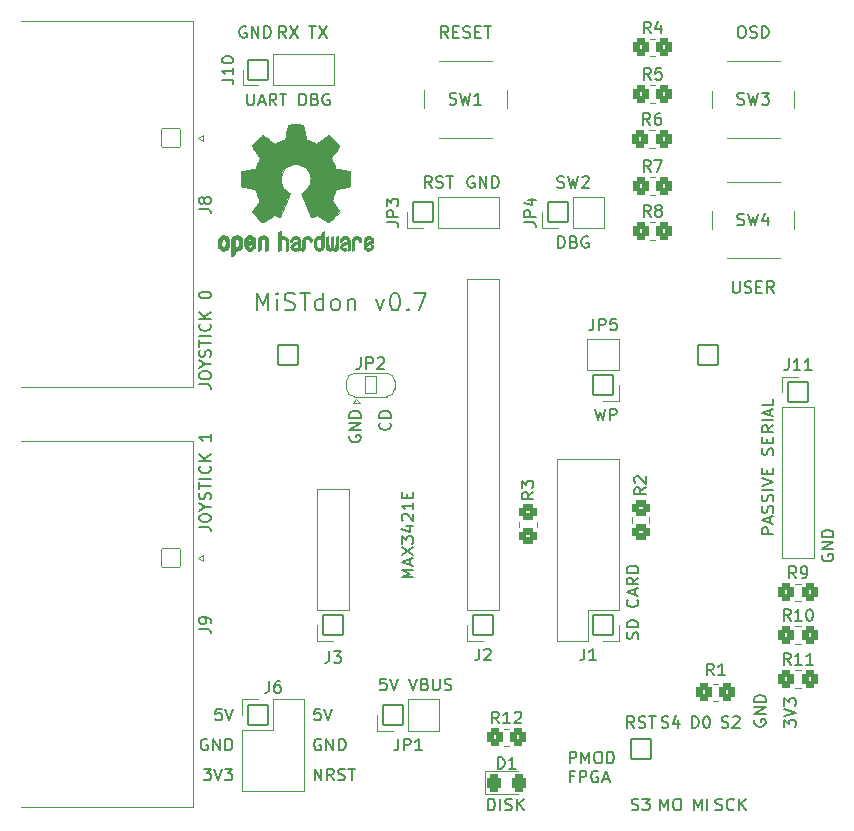
<source format=gto>
%TF.GenerationSoftware,KiCad,Pcbnew,6.0.11-2627ca5db0~126~ubuntu22.04.1*%
%TF.CreationDate,2023-02-25T20:17:50+01:00*%
%TF.ProjectId,MiSTdon,4d695354-646f-46e2-9e6b-696361645f70,rev?*%
%TF.SameCoordinates,Original*%
%TF.FileFunction,Legend,Top*%
%TF.FilePolarity,Positive*%
%FSLAX46Y46*%
G04 Gerber Fmt 4.6, Leading zero omitted, Abs format (unit mm)*
G04 Created by KiCad (PCBNEW 6.0.11-2627ca5db0~126~ubuntu22.04.1) date 2023-02-25 20:17:50*
%MOMM*%
%LPD*%
G01*
G04 APERTURE LIST*
G04 Aperture macros list*
%AMRoundRect*
0 Rectangle with rounded corners*
0 $1 Rounding radius*
0 $2 $3 $4 $5 $6 $7 $8 $9 X,Y pos of 4 corners*
0 Add a 4 corners polygon primitive as box body*
4,1,4,$2,$3,$4,$5,$6,$7,$8,$9,$2,$3,0*
0 Add four circle primitives for the rounded corners*
1,1,$1+$1,$2,$3*
1,1,$1+$1,$4,$5*
1,1,$1+$1,$6,$7*
1,1,$1+$1,$8,$9*
0 Add four rect primitives between the rounded corners*
20,1,$1+$1,$2,$3,$4,$5,0*
20,1,$1+$1,$4,$5,$6,$7,0*
20,1,$1+$1,$6,$7,$8,$9,0*
20,1,$1+$1,$8,$9,$2,$3,0*%
%AMFreePoly0*
4,1,37,0.585355,0.785355,0.600000,0.750000,0.600000,-0.750000,0.585355,-0.785355,0.550000,-0.800000,0.000000,-0.800000,-0.012524,-0.794812,-0.080857,-0.793560,-0.094851,-0.791293,-0.230166,-0.749018,-0.242962,-0.742915,-0.360972,-0.664360,-0.371540,-0.654911,-0.462760,-0.546392,-0.470252,-0.534356,-0.527347,-0.404597,-0.531159,-0.390943,-0.548742,-0.256483,-0.547388,-0.256306,-0.550000,-0.250000,
-0.550000,0.250000,-0.549522,0.251153,-0.549368,0.263802,-0.527557,0.403879,-0.523412,0.417435,-0.463164,0.545760,-0.455381,0.557609,-0.361537,0.663867,-0.350741,0.673055,-0.230846,0.748703,-0.217905,0.754492,-0.081598,0.793449,-0.067552,0.795373,-0.011991,0.795033,0.000000,0.800000,0.550000,0.800000,0.585355,0.785355,0.585355,0.785355,$1*%
%AMFreePoly1*
4,1,37,0.012350,0.794884,0.074210,0.794507,0.088231,0.792412,0.224052,0.751793,0.236921,0.745846,0.355883,0.668739,0.366566,0.659420,0.459104,0.552023,0.466742,0.540080,0.525419,0.411028,0.529398,0.397421,0.549495,0.257088,0.550000,0.250000,0.550000,-0.250000,0.549996,-0.250610,0.549847,-0.262826,0.549158,-0.270511,0.525638,-0.410312,0.521328,-0.423818,0.459516,-0.551397,
0.451589,-0.563150,0.356454,-0.668254,0.345546,-0.677309,0.224736,-0.751486,0.211726,-0.757116,0.074953,-0.794405,0.060885,-0.796158,0.011462,-0.795252,0.000000,-0.800000,-0.550000,-0.800000,-0.585355,-0.785355,-0.600000,-0.750000,-0.600000,0.750000,-0.585355,0.785355,-0.550000,0.800000,0.000000,0.800000,0.012350,0.794884,0.012350,0.794884,$1*%
G04 Aperture macros list end*
%ADD10C,0.150000*%
%ADD11C,0.010000*%
%ADD12C,0.120000*%
%ADD13RoundRect,0.050000X0.850000X-0.850000X0.850000X0.850000X-0.850000X0.850000X-0.850000X-0.850000X0*%
%ADD14O,1.800000X1.800000*%
%ADD15C,4.100000*%
%ADD16RoundRect,0.050000X-0.800000X0.800000X-0.800000X-0.800000X0.800000X-0.800000X0.800000X0.800000X0*%
%ADD17C,1.700000*%
%ADD18RoundRect,0.300000X-0.325000X-0.450000X0.325000X-0.450000X0.325000X0.450000X-0.325000X0.450000X0*%
%ADD19RoundRect,0.050000X0.850000X0.850000X-0.850000X0.850000X-0.850000X-0.850000X0.850000X-0.850000X0*%
%ADD20RoundRect,0.300000X-0.350000X-0.450000X0.350000X-0.450000X0.350000X0.450000X-0.350000X0.450000X0*%
%ADD21RoundRect,0.050000X-0.850000X-0.850000X0.850000X-0.850000X0.850000X0.850000X-0.850000X0.850000X0*%
%ADD22C,2.100000*%
%ADD23RoundRect,0.300000X-0.450000X0.350000X-0.450000X-0.350000X0.450000X-0.350000X0.450000X0.350000X0*%
%ADD24FreePoly0,0.000000*%
%ADD25RoundRect,0.050000X-0.500000X-0.750000X0.500000X-0.750000X0.500000X0.750000X-0.500000X0.750000X0*%
%ADD26FreePoly1,0.000000*%
%ADD27RoundRect,0.300000X0.350000X0.450000X-0.350000X0.450000X-0.350000X-0.450000X0.350000X-0.450000X0*%
%ADD28RoundRect,0.300000X0.450000X-0.350000X0.450000X0.350000X-0.450000X0.350000X-0.450000X-0.350000X0*%
G04 APERTURE END LIST*
D10*
X120527857Y-76243571D02*
X120527857Y-74743571D01*
X121027857Y-75815000D01*
X121527857Y-74743571D01*
X121527857Y-76243571D01*
X122242142Y-76243571D02*
X122242142Y-75243571D01*
X122242142Y-74743571D02*
X122170714Y-74815000D01*
X122242142Y-74886428D01*
X122313571Y-74815000D01*
X122242142Y-74743571D01*
X122242142Y-74886428D01*
X122885000Y-76172142D02*
X123099285Y-76243571D01*
X123456428Y-76243571D01*
X123599285Y-76172142D01*
X123670714Y-76100714D01*
X123742142Y-75957857D01*
X123742142Y-75815000D01*
X123670714Y-75672142D01*
X123599285Y-75600714D01*
X123456428Y-75529285D01*
X123170714Y-75457857D01*
X123027857Y-75386428D01*
X122956428Y-75315000D01*
X122885000Y-75172142D01*
X122885000Y-75029285D01*
X122956428Y-74886428D01*
X123027857Y-74815000D01*
X123170714Y-74743571D01*
X123527857Y-74743571D01*
X123742142Y-74815000D01*
X124170714Y-74743571D02*
X125027857Y-74743571D01*
X124599285Y-76243571D02*
X124599285Y-74743571D01*
X126170714Y-76243571D02*
X126170714Y-74743571D01*
X126170714Y-76172142D02*
X126027857Y-76243571D01*
X125742142Y-76243571D01*
X125599285Y-76172142D01*
X125527857Y-76100714D01*
X125456428Y-75957857D01*
X125456428Y-75529285D01*
X125527857Y-75386428D01*
X125599285Y-75315000D01*
X125742142Y-75243571D01*
X126027857Y-75243571D01*
X126170714Y-75315000D01*
X127099285Y-76243571D02*
X126956428Y-76172142D01*
X126885000Y-76100714D01*
X126813571Y-75957857D01*
X126813571Y-75529285D01*
X126885000Y-75386428D01*
X126956428Y-75315000D01*
X127099285Y-75243571D01*
X127313571Y-75243571D01*
X127456428Y-75315000D01*
X127527857Y-75386428D01*
X127599285Y-75529285D01*
X127599285Y-75957857D01*
X127527857Y-76100714D01*
X127456428Y-76172142D01*
X127313571Y-76243571D01*
X127099285Y-76243571D01*
X128242142Y-75243571D02*
X128242142Y-76243571D01*
X128242142Y-75386428D02*
X128313571Y-75315000D01*
X128456428Y-75243571D01*
X128670714Y-75243571D01*
X128813571Y-75315000D01*
X128885000Y-75457857D01*
X128885000Y-76243571D01*
X130599285Y-75243571D02*
X130956428Y-76243571D01*
X131313571Y-75243571D01*
X132170714Y-74743571D02*
X132313571Y-74743571D01*
X132456428Y-74815000D01*
X132527857Y-74886428D01*
X132599285Y-75029285D01*
X132670714Y-75315000D01*
X132670714Y-75672142D01*
X132599285Y-75957857D01*
X132527857Y-76100714D01*
X132456428Y-76172142D01*
X132313571Y-76243571D01*
X132170714Y-76243571D01*
X132027857Y-76172142D01*
X131956428Y-76100714D01*
X131885000Y-75957857D01*
X131813571Y-75672142D01*
X131813571Y-75315000D01*
X131885000Y-75029285D01*
X131956428Y-74886428D01*
X132027857Y-74815000D01*
X132170714Y-74743571D01*
X133313571Y-76100714D02*
X133385000Y-76172142D01*
X133313571Y-76243571D01*
X133242142Y-76172142D01*
X133313571Y-76100714D01*
X133313571Y-76243571D01*
X133885000Y-74743571D02*
X134885000Y-74743571D01*
X134242142Y-76243571D01*
X168410000Y-96920595D02*
X168362380Y-97015833D01*
X168362380Y-97158690D01*
X168410000Y-97301547D01*
X168505238Y-97396785D01*
X168600476Y-97444404D01*
X168790952Y-97492023D01*
X168933809Y-97492023D01*
X169124285Y-97444404D01*
X169219523Y-97396785D01*
X169314761Y-97301547D01*
X169362380Y-97158690D01*
X169362380Y-97063452D01*
X169314761Y-96920595D01*
X169267142Y-96872976D01*
X168933809Y-96872976D01*
X168933809Y-97063452D01*
X169362380Y-96444404D02*
X168362380Y-96444404D01*
X169362380Y-95872976D01*
X168362380Y-95872976D01*
X169362380Y-95396785D02*
X168362380Y-95396785D01*
X168362380Y-95158690D01*
X168410000Y-95015833D01*
X168505238Y-94920595D01*
X168600476Y-94872976D01*
X168790952Y-94825357D01*
X168933809Y-94825357D01*
X169124285Y-94872976D01*
X169219523Y-94920595D01*
X169314761Y-95015833D01*
X169362380Y-95158690D01*
X169362380Y-95396785D01*
X119713809Y-57872380D02*
X119713809Y-58681904D01*
X119761428Y-58777142D01*
X119809047Y-58824761D01*
X119904285Y-58872380D01*
X120094761Y-58872380D01*
X120190000Y-58824761D01*
X120237619Y-58777142D01*
X120285238Y-58681904D01*
X120285238Y-57872380D01*
X120713809Y-58586666D02*
X121190000Y-58586666D01*
X120618571Y-58872380D02*
X120951904Y-57872380D01*
X121285238Y-58872380D01*
X122190000Y-58872380D02*
X121856666Y-58396190D01*
X121618571Y-58872380D02*
X121618571Y-57872380D01*
X121999523Y-57872380D01*
X122094761Y-57920000D01*
X122142380Y-57967619D01*
X122190000Y-58062857D01*
X122190000Y-58205714D01*
X122142380Y-58300952D01*
X122094761Y-58348571D01*
X121999523Y-58396190D01*
X121618571Y-58396190D01*
X122475714Y-57872380D02*
X123047142Y-57872380D01*
X122761428Y-58872380D02*
X122761428Y-57872380D01*
X124142380Y-58872380D02*
X124142380Y-57872380D01*
X124380476Y-57872380D01*
X124523333Y-57920000D01*
X124618571Y-58015238D01*
X124666190Y-58110476D01*
X124713809Y-58300952D01*
X124713809Y-58443809D01*
X124666190Y-58634285D01*
X124618571Y-58729523D01*
X124523333Y-58824761D01*
X124380476Y-58872380D01*
X124142380Y-58872380D01*
X125475714Y-58348571D02*
X125618571Y-58396190D01*
X125666190Y-58443809D01*
X125713809Y-58539047D01*
X125713809Y-58681904D01*
X125666190Y-58777142D01*
X125618571Y-58824761D01*
X125523333Y-58872380D01*
X125142380Y-58872380D01*
X125142380Y-57872380D01*
X125475714Y-57872380D01*
X125570952Y-57920000D01*
X125618571Y-57967619D01*
X125666190Y-58062857D01*
X125666190Y-58158095D01*
X125618571Y-58253333D01*
X125570952Y-58300952D01*
X125475714Y-58348571D01*
X125142380Y-58348571D01*
X126666190Y-57920000D02*
X126570952Y-57872380D01*
X126428095Y-57872380D01*
X126285238Y-57920000D01*
X126190000Y-58015238D01*
X126142380Y-58110476D01*
X126094761Y-58300952D01*
X126094761Y-58443809D01*
X126142380Y-58634285D01*
X126190000Y-58729523D01*
X126285238Y-58824761D01*
X126428095Y-58872380D01*
X126523333Y-58872380D01*
X126666190Y-58824761D01*
X126713809Y-58777142D01*
X126713809Y-58443809D01*
X126523333Y-58443809D01*
X147020595Y-114582380D02*
X147020595Y-113582380D01*
X147401547Y-113582380D01*
X147496785Y-113630000D01*
X147544404Y-113677619D01*
X147592023Y-113772857D01*
X147592023Y-113915714D01*
X147544404Y-114010952D01*
X147496785Y-114058571D01*
X147401547Y-114106190D01*
X147020595Y-114106190D01*
X148020595Y-114582380D02*
X148020595Y-113582380D01*
X148353928Y-114296666D01*
X148687261Y-113582380D01*
X148687261Y-114582380D01*
X149353928Y-113582380D02*
X149544404Y-113582380D01*
X149639642Y-113630000D01*
X149734880Y-113725238D01*
X149782500Y-113915714D01*
X149782500Y-114249047D01*
X149734880Y-114439523D01*
X149639642Y-114534761D01*
X149544404Y-114582380D01*
X149353928Y-114582380D01*
X149258690Y-114534761D01*
X149163452Y-114439523D01*
X149115833Y-114249047D01*
X149115833Y-113915714D01*
X149163452Y-113725238D01*
X149258690Y-113630000D01*
X149353928Y-113582380D01*
X150211071Y-114582380D02*
X150211071Y-113582380D01*
X150449166Y-113582380D01*
X150592023Y-113630000D01*
X150687261Y-113725238D01*
X150734880Y-113820476D01*
X150782500Y-114010952D01*
X150782500Y-114153809D01*
X150734880Y-114344285D01*
X150687261Y-114439523D01*
X150592023Y-114534761D01*
X150449166Y-114582380D01*
X150211071Y-114582380D01*
X147353928Y-115668571D02*
X147020595Y-115668571D01*
X147020595Y-116192380D02*
X147020595Y-115192380D01*
X147496785Y-115192380D01*
X147877738Y-116192380D02*
X147877738Y-115192380D01*
X148258690Y-115192380D01*
X148353928Y-115240000D01*
X148401547Y-115287619D01*
X148449166Y-115382857D01*
X148449166Y-115525714D01*
X148401547Y-115620952D01*
X148353928Y-115668571D01*
X148258690Y-115716190D01*
X147877738Y-115716190D01*
X149401547Y-115240000D02*
X149306309Y-115192380D01*
X149163452Y-115192380D01*
X149020595Y-115240000D01*
X148925357Y-115335238D01*
X148877738Y-115430476D01*
X148830119Y-115620952D01*
X148830119Y-115763809D01*
X148877738Y-115954285D01*
X148925357Y-116049523D01*
X149020595Y-116144761D01*
X149163452Y-116192380D01*
X149258690Y-116192380D01*
X149401547Y-116144761D01*
X149449166Y-116097142D01*
X149449166Y-115763809D01*
X149258690Y-115763809D01*
X149830119Y-115906666D02*
X150306309Y-115906666D01*
X149734880Y-116192380D02*
X150068214Y-115192380D01*
X150401547Y-116192380D01*
X164282380Y-95167857D02*
X163282380Y-95167857D01*
X163282380Y-94786904D01*
X163330000Y-94691666D01*
X163377619Y-94644047D01*
X163472857Y-94596428D01*
X163615714Y-94596428D01*
X163710952Y-94644047D01*
X163758571Y-94691666D01*
X163806190Y-94786904D01*
X163806190Y-95167857D01*
X163996666Y-94215476D02*
X163996666Y-93739285D01*
X164282380Y-94310714D02*
X163282380Y-93977380D01*
X164282380Y-93644047D01*
X164234761Y-93358333D02*
X164282380Y-93215476D01*
X164282380Y-92977380D01*
X164234761Y-92882142D01*
X164187142Y-92834523D01*
X164091904Y-92786904D01*
X163996666Y-92786904D01*
X163901428Y-92834523D01*
X163853809Y-92882142D01*
X163806190Y-92977380D01*
X163758571Y-93167857D01*
X163710952Y-93263095D01*
X163663333Y-93310714D01*
X163568095Y-93358333D01*
X163472857Y-93358333D01*
X163377619Y-93310714D01*
X163330000Y-93263095D01*
X163282380Y-93167857D01*
X163282380Y-92929761D01*
X163330000Y-92786904D01*
X164234761Y-92405952D02*
X164282380Y-92263095D01*
X164282380Y-92025000D01*
X164234761Y-91929761D01*
X164187142Y-91882142D01*
X164091904Y-91834523D01*
X163996666Y-91834523D01*
X163901428Y-91882142D01*
X163853809Y-91929761D01*
X163806190Y-92025000D01*
X163758571Y-92215476D01*
X163710952Y-92310714D01*
X163663333Y-92358333D01*
X163568095Y-92405952D01*
X163472857Y-92405952D01*
X163377619Y-92358333D01*
X163330000Y-92310714D01*
X163282380Y-92215476D01*
X163282380Y-91977380D01*
X163330000Y-91834523D01*
X164282380Y-91405952D02*
X163282380Y-91405952D01*
X163282380Y-91072619D02*
X164282380Y-90739285D01*
X163282380Y-90405952D01*
X163758571Y-90072619D02*
X163758571Y-89739285D01*
X164282380Y-89596428D02*
X164282380Y-90072619D01*
X163282380Y-90072619D01*
X163282380Y-89596428D01*
X164234761Y-88453571D02*
X164282380Y-88310714D01*
X164282380Y-88072619D01*
X164234761Y-87977380D01*
X164187142Y-87929761D01*
X164091904Y-87882142D01*
X163996666Y-87882142D01*
X163901428Y-87929761D01*
X163853809Y-87977380D01*
X163806190Y-88072619D01*
X163758571Y-88263095D01*
X163710952Y-88358333D01*
X163663333Y-88405952D01*
X163568095Y-88453571D01*
X163472857Y-88453571D01*
X163377619Y-88405952D01*
X163330000Y-88358333D01*
X163282380Y-88263095D01*
X163282380Y-88025000D01*
X163330000Y-87882142D01*
X163758571Y-87453571D02*
X163758571Y-87120238D01*
X164282380Y-86977380D02*
X164282380Y-87453571D01*
X163282380Y-87453571D01*
X163282380Y-86977380D01*
X164282380Y-85977380D02*
X163806190Y-86310714D01*
X164282380Y-86548809D02*
X163282380Y-86548809D01*
X163282380Y-86167857D01*
X163330000Y-86072619D01*
X163377619Y-86025000D01*
X163472857Y-85977380D01*
X163615714Y-85977380D01*
X163710952Y-86025000D01*
X163758571Y-86072619D01*
X163806190Y-86167857D01*
X163806190Y-86548809D01*
X164282380Y-85548809D02*
X163282380Y-85548809D01*
X163996666Y-85120238D02*
X163996666Y-84644047D01*
X164282380Y-85215476D02*
X163282380Y-84882142D01*
X164282380Y-84548809D01*
X164282380Y-83739285D02*
X164282380Y-84215476D01*
X163282380Y-84215476D01*
X146058095Y-70937380D02*
X146058095Y-69937380D01*
X146296190Y-69937380D01*
X146439047Y-69985000D01*
X146534285Y-70080238D01*
X146581904Y-70175476D01*
X146629523Y-70365952D01*
X146629523Y-70508809D01*
X146581904Y-70699285D01*
X146534285Y-70794523D01*
X146439047Y-70889761D01*
X146296190Y-70937380D01*
X146058095Y-70937380D01*
X147391428Y-70413571D02*
X147534285Y-70461190D01*
X147581904Y-70508809D01*
X147629523Y-70604047D01*
X147629523Y-70746904D01*
X147581904Y-70842142D01*
X147534285Y-70889761D01*
X147439047Y-70937380D01*
X147058095Y-70937380D01*
X147058095Y-69937380D01*
X147391428Y-69937380D01*
X147486666Y-69985000D01*
X147534285Y-70032619D01*
X147581904Y-70127857D01*
X147581904Y-70223095D01*
X147534285Y-70318333D01*
X147486666Y-70365952D01*
X147391428Y-70413571D01*
X147058095Y-70413571D01*
X148581904Y-69985000D02*
X148486666Y-69937380D01*
X148343809Y-69937380D01*
X148200952Y-69985000D01*
X148105714Y-70080238D01*
X148058095Y-70175476D01*
X148010476Y-70365952D01*
X148010476Y-70508809D01*
X148058095Y-70699285D01*
X148105714Y-70794523D01*
X148200952Y-70889761D01*
X148343809Y-70937380D01*
X148439047Y-70937380D01*
X148581904Y-70889761D01*
X148629523Y-70842142D01*
X148629523Y-70508809D01*
X148439047Y-70508809D01*
X159893095Y-111529761D02*
X160035952Y-111577380D01*
X160274047Y-111577380D01*
X160369285Y-111529761D01*
X160416904Y-111482142D01*
X160464523Y-111386904D01*
X160464523Y-111291666D01*
X160416904Y-111196428D01*
X160369285Y-111148809D01*
X160274047Y-111101190D01*
X160083571Y-111053571D01*
X159988333Y-111005952D01*
X159940714Y-110958333D01*
X159893095Y-110863095D01*
X159893095Y-110767857D01*
X159940714Y-110672619D01*
X159988333Y-110625000D01*
X160083571Y-110577380D01*
X160321666Y-110577380D01*
X160464523Y-110625000D01*
X160845476Y-110672619D02*
X160893095Y-110625000D01*
X160988333Y-110577380D01*
X161226428Y-110577380D01*
X161321666Y-110625000D01*
X161369285Y-110672619D01*
X161416904Y-110767857D01*
X161416904Y-110863095D01*
X161369285Y-111005952D01*
X160797857Y-111577380D01*
X161416904Y-111577380D01*
X116361785Y-112530000D02*
X116266547Y-112482380D01*
X116123690Y-112482380D01*
X115980833Y-112530000D01*
X115885595Y-112625238D01*
X115837976Y-112720476D01*
X115790357Y-112910952D01*
X115790357Y-113053809D01*
X115837976Y-113244285D01*
X115885595Y-113339523D01*
X115980833Y-113434761D01*
X116123690Y-113482380D01*
X116218928Y-113482380D01*
X116361785Y-113434761D01*
X116409404Y-113387142D01*
X116409404Y-113053809D01*
X116218928Y-113053809D01*
X116837976Y-113482380D02*
X116837976Y-112482380D01*
X117409404Y-113482380D01*
X117409404Y-112482380D01*
X117885595Y-113482380D02*
X117885595Y-112482380D01*
X118123690Y-112482380D01*
X118266547Y-112530000D01*
X118361785Y-112625238D01*
X118409404Y-112720476D01*
X118457023Y-112910952D01*
X118457023Y-113053809D01*
X118409404Y-113244285D01*
X118361785Y-113339523D01*
X118266547Y-113434761D01*
X118123690Y-113482380D01*
X117885595Y-113482380D01*
X160845714Y-73747380D02*
X160845714Y-74556904D01*
X160893333Y-74652142D01*
X160940952Y-74699761D01*
X161036190Y-74747380D01*
X161226666Y-74747380D01*
X161321904Y-74699761D01*
X161369523Y-74652142D01*
X161417142Y-74556904D01*
X161417142Y-73747380D01*
X161845714Y-74699761D02*
X161988571Y-74747380D01*
X162226666Y-74747380D01*
X162321904Y-74699761D01*
X162369523Y-74652142D01*
X162417142Y-74556904D01*
X162417142Y-74461666D01*
X162369523Y-74366428D01*
X162321904Y-74318809D01*
X162226666Y-74271190D01*
X162036190Y-74223571D01*
X161940952Y-74175952D01*
X161893333Y-74128333D01*
X161845714Y-74033095D01*
X161845714Y-73937857D01*
X161893333Y-73842619D01*
X161940952Y-73795000D01*
X162036190Y-73747380D01*
X162274285Y-73747380D01*
X162417142Y-73795000D01*
X162845714Y-74223571D02*
X163179047Y-74223571D01*
X163321904Y-74747380D02*
X162845714Y-74747380D01*
X162845714Y-73747380D01*
X163321904Y-73747380D01*
X164321904Y-74747380D02*
X163988571Y-74271190D01*
X163750476Y-74747380D02*
X163750476Y-73747380D01*
X164131428Y-73747380D01*
X164226666Y-73795000D01*
X164274285Y-73842619D01*
X164321904Y-73937857D01*
X164321904Y-74080714D01*
X164274285Y-74175952D01*
X164226666Y-74223571D01*
X164131428Y-74271190D01*
X163750476Y-74271190D01*
X157376904Y-111577380D02*
X157376904Y-110577380D01*
X157615000Y-110577380D01*
X157757857Y-110625000D01*
X157853095Y-110720238D01*
X157900714Y-110815476D01*
X157948333Y-111005952D01*
X157948333Y-111148809D01*
X157900714Y-111339285D01*
X157853095Y-111434523D01*
X157757857Y-111529761D01*
X157615000Y-111577380D01*
X157376904Y-111577380D01*
X158567380Y-110577380D02*
X158662619Y-110577380D01*
X158757857Y-110625000D01*
X158805476Y-110672619D01*
X158853095Y-110767857D01*
X158900714Y-110958333D01*
X158900714Y-111196428D01*
X158853095Y-111386904D01*
X158805476Y-111482142D01*
X158757857Y-111529761D01*
X158662619Y-111577380D01*
X158567380Y-111577380D01*
X158472142Y-111529761D01*
X158424523Y-111482142D01*
X158376904Y-111386904D01*
X158329285Y-111196428D01*
X158329285Y-110958333D01*
X158376904Y-110767857D01*
X158424523Y-110672619D01*
X158472142Y-110625000D01*
X158567380Y-110577380D01*
X152273095Y-118514761D02*
X152415952Y-118562380D01*
X152654047Y-118562380D01*
X152749285Y-118514761D01*
X152796904Y-118467142D01*
X152844523Y-118371904D01*
X152844523Y-118276666D01*
X152796904Y-118181428D01*
X152749285Y-118133809D01*
X152654047Y-118086190D01*
X152463571Y-118038571D01*
X152368333Y-117990952D01*
X152320714Y-117943333D01*
X152273095Y-117848095D01*
X152273095Y-117752857D01*
X152320714Y-117657619D01*
X152368333Y-117610000D01*
X152463571Y-117562380D01*
X152701666Y-117562380D01*
X152844523Y-117610000D01*
X153177857Y-117562380D02*
X153796904Y-117562380D01*
X153463571Y-117943333D01*
X153606428Y-117943333D01*
X153701666Y-117990952D01*
X153749285Y-118038571D01*
X153796904Y-118133809D01*
X153796904Y-118371904D01*
X153749285Y-118467142D01*
X153701666Y-118514761D01*
X153606428Y-118562380D01*
X153320714Y-118562380D01*
X153225476Y-118514761D01*
X153177857Y-118467142D01*
X115657380Y-82501904D02*
X116371666Y-82501904D01*
X116514523Y-82549523D01*
X116609761Y-82644761D01*
X116657380Y-82787619D01*
X116657380Y-82882857D01*
X115657380Y-81835238D02*
X115657380Y-81644761D01*
X115705000Y-81549523D01*
X115800238Y-81454285D01*
X115990714Y-81406666D01*
X116324047Y-81406666D01*
X116514523Y-81454285D01*
X116609761Y-81549523D01*
X116657380Y-81644761D01*
X116657380Y-81835238D01*
X116609761Y-81930476D01*
X116514523Y-82025714D01*
X116324047Y-82073333D01*
X115990714Y-82073333D01*
X115800238Y-82025714D01*
X115705000Y-81930476D01*
X115657380Y-81835238D01*
X116181190Y-80787619D02*
X116657380Y-80787619D01*
X115657380Y-81120952D02*
X116181190Y-80787619D01*
X115657380Y-80454285D01*
X116609761Y-80168571D02*
X116657380Y-80025714D01*
X116657380Y-79787619D01*
X116609761Y-79692380D01*
X116562142Y-79644761D01*
X116466904Y-79597142D01*
X116371666Y-79597142D01*
X116276428Y-79644761D01*
X116228809Y-79692380D01*
X116181190Y-79787619D01*
X116133571Y-79978095D01*
X116085952Y-80073333D01*
X116038333Y-80120952D01*
X115943095Y-80168571D01*
X115847857Y-80168571D01*
X115752619Y-80120952D01*
X115705000Y-80073333D01*
X115657380Y-79978095D01*
X115657380Y-79740000D01*
X115705000Y-79597142D01*
X115657380Y-79311428D02*
X115657380Y-78740000D01*
X116657380Y-79025714D02*
X115657380Y-79025714D01*
X116657380Y-78406666D02*
X115657380Y-78406666D01*
X116562142Y-77359047D02*
X116609761Y-77406666D01*
X116657380Y-77549523D01*
X116657380Y-77644761D01*
X116609761Y-77787619D01*
X116514523Y-77882857D01*
X116419285Y-77930476D01*
X116228809Y-77978095D01*
X116085952Y-77978095D01*
X115895476Y-77930476D01*
X115800238Y-77882857D01*
X115705000Y-77787619D01*
X115657380Y-77644761D01*
X115657380Y-77549523D01*
X115705000Y-77406666D01*
X115752619Y-77359047D01*
X116657380Y-76930476D02*
X115657380Y-76930476D01*
X116657380Y-76359047D02*
X116085952Y-76787619D01*
X115657380Y-76359047D02*
X116228809Y-76930476D01*
X115657380Y-74978095D02*
X115657380Y-74882857D01*
X115705000Y-74787619D01*
X115752619Y-74740000D01*
X115847857Y-74692380D01*
X116038333Y-74644761D01*
X116276428Y-74644761D01*
X116466904Y-74692380D01*
X116562142Y-74740000D01*
X116609761Y-74787619D01*
X116657380Y-74882857D01*
X116657380Y-74978095D01*
X116609761Y-75073333D01*
X116562142Y-75120952D01*
X116466904Y-75168571D01*
X116276428Y-75216190D01*
X116038333Y-75216190D01*
X115847857Y-75168571D01*
X115752619Y-75120952D01*
X115705000Y-75073333D01*
X115657380Y-74978095D01*
X123023333Y-53157380D02*
X122690000Y-52681190D01*
X122451904Y-53157380D02*
X122451904Y-52157380D01*
X122832857Y-52157380D01*
X122928095Y-52205000D01*
X122975714Y-52252619D01*
X123023333Y-52347857D01*
X123023333Y-52490714D01*
X122975714Y-52585952D01*
X122928095Y-52633571D01*
X122832857Y-52681190D01*
X122451904Y-52681190D01*
X123356666Y-52157380D02*
X124023333Y-53157380D01*
X124023333Y-52157380D02*
X123356666Y-53157380D01*
X125906785Y-109942380D02*
X125430595Y-109942380D01*
X125382976Y-110418571D01*
X125430595Y-110370952D01*
X125525833Y-110323333D01*
X125763928Y-110323333D01*
X125859166Y-110370952D01*
X125906785Y-110418571D01*
X125954404Y-110513809D01*
X125954404Y-110751904D01*
X125906785Y-110847142D01*
X125859166Y-110894761D01*
X125763928Y-110942380D01*
X125525833Y-110942380D01*
X125430595Y-110894761D01*
X125382976Y-110847142D01*
X126240119Y-109942380D02*
X126573452Y-110942380D01*
X126906785Y-109942380D01*
X131802142Y-85742976D02*
X131849761Y-85790595D01*
X131897380Y-85933452D01*
X131897380Y-86028690D01*
X131849761Y-86171547D01*
X131754523Y-86266785D01*
X131659285Y-86314404D01*
X131468809Y-86362023D01*
X131325952Y-86362023D01*
X131135476Y-86314404D01*
X131040238Y-86266785D01*
X130945000Y-86171547D01*
X130897380Y-86028690D01*
X130897380Y-85933452D01*
X130945000Y-85790595D01*
X130992619Y-85742976D01*
X131897380Y-85314404D02*
X130897380Y-85314404D01*
X130897380Y-85076309D01*
X130945000Y-84933452D01*
X131040238Y-84838214D01*
X131135476Y-84790595D01*
X131325952Y-84742976D01*
X131468809Y-84742976D01*
X131659285Y-84790595D01*
X131754523Y-84838214D01*
X131849761Y-84933452D01*
X131897380Y-85076309D01*
X131897380Y-85314404D01*
X125430595Y-116022380D02*
X125430595Y-115022380D01*
X126002023Y-116022380D01*
X126002023Y-115022380D01*
X127049642Y-116022380D02*
X126716309Y-115546190D01*
X126478214Y-116022380D02*
X126478214Y-115022380D01*
X126859166Y-115022380D01*
X126954404Y-115070000D01*
X127002023Y-115117619D01*
X127049642Y-115212857D01*
X127049642Y-115355714D01*
X127002023Y-115450952D01*
X126954404Y-115498571D01*
X126859166Y-115546190D01*
X126478214Y-115546190D01*
X127430595Y-115974761D02*
X127573452Y-116022380D01*
X127811547Y-116022380D01*
X127906785Y-115974761D01*
X127954404Y-115927142D01*
X128002023Y-115831904D01*
X128002023Y-115736666D01*
X127954404Y-115641428D01*
X127906785Y-115593809D01*
X127811547Y-115546190D01*
X127621071Y-115498571D01*
X127525833Y-115450952D01*
X127478214Y-115403333D01*
X127430595Y-115308095D01*
X127430595Y-115212857D01*
X127478214Y-115117619D01*
X127525833Y-115070000D01*
X127621071Y-115022380D01*
X127859166Y-115022380D01*
X128002023Y-115070000D01*
X128287738Y-115022380D02*
X128859166Y-115022380D01*
X128573452Y-116022380D02*
X128573452Y-115022380D01*
X136742619Y-53157380D02*
X136409285Y-52681190D01*
X136171190Y-53157380D02*
X136171190Y-52157380D01*
X136552142Y-52157380D01*
X136647380Y-52205000D01*
X136695000Y-52252619D01*
X136742619Y-52347857D01*
X136742619Y-52490714D01*
X136695000Y-52585952D01*
X136647380Y-52633571D01*
X136552142Y-52681190D01*
X136171190Y-52681190D01*
X137171190Y-52633571D02*
X137504523Y-52633571D01*
X137647380Y-53157380D02*
X137171190Y-53157380D01*
X137171190Y-52157380D01*
X137647380Y-52157380D01*
X138028333Y-53109761D02*
X138171190Y-53157380D01*
X138409285Y-53157380D01*
X138504523Y-53109761D01*
X138552142Y-53062142D01*
X138599761Y-52966904D01*
X138599761Y-52871666D01*
X138552142Y-52776428D01*
X138504523Y-52728809D01*
X138409285Y-52681190D01*
X138218809Y-52633571D01*
X138123571Y-52585952D01*
X138075952Y-52538333D01*
X138028333Y-52443095D01*
X138028333Y-52347857D01*
X138075952Y-52252619D01*
X138123571Y-52205000D01*
X138218809Y-52157380D01*
X138456904Y-52157380D01*
X138599761Y-52205000D01*
X139028333Y-52633571D02*
X139361666Y-52633571D01*
X139504523Y-53157380D02*
X139028333Y-53157380D01*
X139028333Y-52157380D01*
X139504523Y-52157380D01*
X139790238Y-52157380D02*
X140361666Y-52157380D01*
X140075952Y-53157380D02*
X140075952Y-52157380D01*
X115657380Y-94566904D02*
X116371666Y-94566904D01*
X116514523Y-94614523D01*
X116609761Y-94709761D01*
X116657380Y-94852619D01*
X116657380Y-94947857D01*
X115657380Y-93900238D02*
X115657380Y-93709761D01*
X115705000Y-93614523D01*
X115800238Y-93519285D01*
X115990714Y-93471666D01*
X116324047Y-93471666D01*
X116514523Y-93519285D01*
X116609761Y-93614523D01*
X116657380Y-93709761D01*
X116657380Y-93900238D01*
X116609761Y-93995476D01*
X116514523Y-94090714D01*
X116324047Y-94138333D01*
X115990714Y-94138333D01*
X115800238Y-94090714D01*
X115705000Y-93995476D01*
X115657380Y-93900238D01*
X116181190Y-92852619D02*
X116657380Y-92852619D01*
X115657380Y-93185952D02*
X116181190Y-92852619D01*
X115657380Y-92519285D01*
X116609761Y-92233571D02*
X116657380Y-92090714D01*
X116657380Y-91852619D01*
X116609761Y-91757380D01*
X116562142Y-91709761D01*
X116466904Y-91662142D01*
X116371666Y-91662142D01*
X116276428Y-91709761D01*
X116228809Y-91757380D01*
X116181190Y-91852619D01*
X116133571Y-92043095D01*
X116085952Y-92138333D01*
X116038333Y-92185952D01*
X115943095Y-92233571D01*
X115847857Y-92233571D01*
X115752619Y-92185952D01*
X115705000Y-92138333D01*
X115657380Y-92043095D01*
X115657380Y-91805000D01*
X115705000Y-91662142D01*
X115657380Y-91376428D02*
X115657380Y-90805000D01*
X116657380Y-91090714D02*
X115657380Y-91090714D01*
X116657380Y-90471666D02*
X115657380Y-90471666D01*
X116562142Y-89424047D02*
X116609761Y-89471666D01*
X116657380Y-89614523D01*
X116657380Y-89709761D01*
X116609761Y-89852619D01*
X116514523Y-89947857D01*
X116419285Y-89995476D01*
X116228809Y-90043095D01*
X116085952Y-90043095D01*
X115895476Y-89995476D01*
X115800238Y-89947857D01*
X115705000Y-89852619D01*
X115657380Y-89709761D01*
X115657380Y-89614523D01*
X115705000Y-89471666D01*
X115752619Y-89424047D01*
X116657380Y-88995476D02*
X115657380Y-88995476D01*
X116657380Y-88424047D02*
X116085952Y-88852619D01*
X115657380Y-88424047D02*
X116228809Y-88995476D01*
X116657380Y-86709761D02*
X116657380Y-87281190D01*
X116657380Y-86995476D02*
X115657380Y-86995476D01*
X115800238Y-87090714D01*
X115895476Y-87185952D01*
X115943095Y-87281190D01*
X161488571Y-52157380D02*
X161679047Y-52157380D01*
X161774285Y-52205000D01*
X161869523Y-52300238D01*
X161917142Y-52490714D01*
X161917142Y-52824047D01*
X161869523Y-53014523D01*
X161774285Y-53109761D01*
X161679047Y-53157380D01*
X161488571Y-53157380D01*
X161393333Y-53109761D01*
X161298095Y-53014523D01*
X161250476Y-52824047D01*
X161250476Y-52490714D01*
X161298095Y-52300238D01*
X161393333Y-52205000D01*
X161488571Y-52157380D01*
X162298095Y-53109761D02*
X162440952Y-53157380D01*
X162679047Y-53157380D01*
X162774285Y-53109761D01*
X162821904Y-53062142D01*
X162869523Y-52966904D01*
X162869523Y-52871666D01*
X162821904Y-52776428D01*
X162774285Y-52728809D01*
X162679047Y-52681190D01*
X162488571Y-52633571D01*
X162393333Y-52585952D01*
X162345714Y-52538333D01*
X162298095Y-52443095D01*
X162298095Y-52347857D01*
X162345714Y-52252619D01*
X162393333Y-52205000D01*
X162488571Y-52157380D01*
X162726666Y-52157380D01*
X162869523Y-52205000D01*
X163298095Y-53157380D02*
X163298095Y-52157380D01*
X163536190Y-52157380D01*
X163679047Y-52205000D01*
X163774285Y-52300238D01*
X163821904Y-52395476D01*
X163869523Y-52585952D01*
X163869523Y-52728809D01*
X163821904Y-52919285D01*
X163774285Y-53014523D01*
X163679047Y-53109761D01*
X163536190Y-53157380D01*
X163298095Y-53157380D01*
X125954404Y-112530000D02*
X125859166Y-112482380D01*
X125716309Y-112482380D01*
X125573452Y-112530000D01*
X125478214Y-112625238D01*
X125430595Y-112720476D01*
X125382976Y-112910952D01*
X125382976Y-113053809D01*
X125430595Y-113244285D01*
X125478214Y-113339523D01*
X125573452Y-113434761D01*
X125716309Y-113482380D01*
X125811547Y-113482380D01*
X125954404Y-113434761D01*
X126002023Y-113387142D01*
X126002023Y-113053809D01*
X125811547Y-113053809D01*
X126430595Y-113482380D02*
X126430595Y-112482380D01*
X127002023Y-113482380D01*
X127002023Y-112482380D01*
X127478214Y-113482380D02*
X127478214Y-112482380D01*
X127716309Y-112482380D01*
X127859166Y-112530000D01*
X127954404Y-112625238D01*
X128002023Y-112720476D01*
X128049642Y-112910952D01*
X128049642Y-113053809D01*
X128002023Y-113244285D01*
X127954404Y-113339523D01*
X127859166Y-113434761D01*
X127716309Y-113482380D01*
X127478214Y-113482380D01*
X119634095Y-52205000D02*
X119538857Y-52157380D01*
X119396000Y-52157380D01*
X119253142Y-52205000D01*
X119157904Y-52300238D01*
X119110285Y-52395476D01*
X119062666Y-52585952D01*
X119062666Y-52728809D01*
X119110285Y-52919285D01*
X119157904Y-53014523D01*
X119253142Y-53109761D01*
X119396000Y-53157380D01*
X119491238Y-53157380D01*
X119634095Y-53109761D01*
X119681714Y-53062142D01*
X119681714Y-52728809D01*
X119491238Y-52728809D01*
X120110285Y-53157380D02*
X120110285Y-52157380D01*
X120681714Y-53157380D01*
X120681714Y-52157380D01*
X121157904Y-53157380D02*
X121157904Y-52157380D01*
X121396000Y-52157380D01*
X121538857Y-52205000D01*
X121634095Y-52300238D01*
X121681714Y-52395476D01*
X121729333Y-52585952D01*
X121729333Y-52728809D01*
X121681714Y-52919285D01*
X121634095Y-53014523D01*
X121538857Y-53109761D01*
X121396000Y-53157380D01*
X121157904Y-53157380D01*
X135342380Y-65857380D02*
X135009047Y-65381190D01*
X134770952Y-65857380D02*
X134770952Y-64857380D01*
X135151904Y-64857380D01*
X135247142Y-64905000D01*
X135294761Y-64952619D01*
X135342380Y-65047857D01*
X135342380Y-65190714D01*
X135294761Y-65285952D01*
X135247142Y-65333571D01*
X135151904Y-65381190D01*
X134770952Y-65381190D01*
X135723333Y-65809761D02*
X135866190Y-65857380D01*
X136104285Y-65857380D01*
X136199523Y-65809761D01*
X136247142Y-65762142D01*
X136294761Y-65666904D01*
X136294761Y-65571666D01*
X136247142Y-65476428D01*
X136199523Y-65428809D01*
X136104285Y-65381190D01*
X135913809Y-65333571D01*
X135818571Y-65285952D01*
X135770952Y-65238333D01*
X135723333Y-65143095D01*
X135723333Y-65047857D01*
X135770952Y-64952619D01*
X135818571Y-64905000D01*
X135913809Y-64857380D01*
X136151904Y-64857380D01*
X136294761Y-64905000D01*
X136580476Y-64857380D02*
X137151904Y-64857380D01*
X136866190Y-65857380D02*
X136866190Y-64857380D01*
X128405000Y-86838214D02*
X128357380Y-86933452D01*
X128357380Y-87076309D01*
X128405000Y-87219166D01*
X128500238Y-87314404D01*
X128595476Y-87362023D01*
X128785952Y-87409642D01*
X128928809Y-87409642D01*
X129119285Y-87362023D01*
X129214523Y-87314404D01*
X129309761Y-87219166D01*
X129357380Y-87076309D01*
X129357380Y-86981071D01*
X129309761Y-86838214D01*
X129262142Y-86790595D01*
X128928809Y-86790595D01*
X128928809Y-86981071D01*
X129357380Y-86362023D02*
X128357380Y-86362023D01*
X129357380Y-85790595D01*
X128357380Y-85790595D01*
X129357380Y-85314404D02*
X128357380Y-85314404D01*
X128357380Y-85076309D01*
X128405000Y-84933452D01*
X128500238Y-84838214D01*
X128595476Y-84790595D01*
X128785952Y-84742976D01*
X128928809Y-84742976D01*
X129119285Y-84790595D01*
X129214523Y-84838214D01*
X129309761Y-84933452D01*
X129357380Y-85076309D01*
X129357380Y-85314404D01*
X117552261Y-109942380D02*
X117076071Y-109942380D01*
X117028452Y-110418571D01*
X117076071Y-110370952D01*
X117171309Y-110323333D01*
X117409404Y-110323333D01*
X117504642Y-110370952D01*
X117552261Y-110418571D01*
X117599880Y-110513809D01*
X117599880Y-110751904D01*
X117552261Y-110847142D01*
X117504642Y-110894761D01*
X117409404Y-110942380D01*
X117171309Y-110942380D01*
X117076071Y-110894761D01*
X117028452Y-110847142D01*
X117885595Y-109942380D02*
X118218928Y-110942380D01*
X118552261Y-109942380D01*
X162695000Y-110900595D02*
X162647380Y-110995833D01*
X162647380Y-111138690D01*
X162695000Y-111281547D01*
X162790238Y-111376785D01*
X162885476Y-111424404D01*
X163075952Y-111472023D01*
X163218809Y-111472023D01*
X163409285Y-111424404D01*
X163504523Y-111376785D01*
X163599761Y-111281547D01*
X163647380Y-111138690D01*
X163647380Y-111043452D01*
X163599761Y-110900595D01*
X163552142Y-110852976D01*
X163218809Y-110852976D01*
X163218809Y-111043452D01*
X163647380Y-110424404D02*
X162647380Y-110424404D01*
X163647380Y-109852976D01*
X162647380Y-109852976D01*
X163647380Y-109376785D02*
X162647380Y-109376785D01*
X162647380Y-109138690D01*
X162695000Y-108995833D01*
X162790238Y-108900595D01*
X162885476Y-108852976D01*
X163075952Y-108805357D01*
X163218809Y-108805357D01*
X163409285Y-108852976D01*
X163504523Y-108900595D01*
X163599761Y-108995833D01*
X163647380Y-109138690D01*
X163647380Y-109376785D01*
X154717857Y-118562380D02*
X154717857Y-117562380D01*
X155051190Y-118276666D01*
X155384523Y-117562380D01*
X155384523Y-118562380D01*
X156051190Y-117562380D02*
X156241666Y-117562380D01*
X156336904Y-117610000D01*
X156432142Y-117705238D01*
X156479761Y-117895714D01*
X156479761Y-118229047D01*
X156432142Y-118419523D01*
X156336904Y-118514761D01*
X156241666Y-118562380D01*
X156051190Y-118562380D01*
X155955952Y-118514761D01*
X155860714Y-118419523D01*
X155813095Y-118229047D01*
X155813095Y-117895714D01*
X155860714Y-117705238D01*
X155955952Y-117610000D01*
X156051190Y-117562380D01*
X152804761Y-104060238D02*
X152852380Y-103917380D01*
X152852380Y-103679285D01*
X152804761Y-103584047D01*
X152757142Y-103536428D01*
X152661904Y-103488809D01*
X152566666Y-103488809D01*
X152471428Y-103536428D01*
X152423809Y-103584047D01*
X152376190Y-103679285D01*
X152328571Y-103869761D01*
X152280952Y-103965000D01*
X152233333Y-104012619D01*
X152138095Y-104060238D01*
X152042857Y-104060238D01*
X151947619Y-104012619D01*
X151900000Y-103965000D01*
X151852380Y-103869761D01*
X151852380Y-103631666D01*
X151900000Y-103488809D01*
X152852380Y-103060238D02*
X151852380Y-103060238D01*
X151852380Y-102822142D01*
X151900000Y-102679285D01*
X151995238Y-102584047D01*
X152090476Y-102536428D01*
X152280952Y-102488809D01*
X152423809Y-102488809D01*
X152614285Y-102536428D01*
X152709523Y-102584047D01*
X152804761Y-102679285D01*
X152852380Y-102822142D01*
X152852380Y-103060238D01*
X152757142Y-100726904D02*
X152804761Y-100774523D01*
X152852380Y-100917380D01*
X152852380Y-101012619D01*
X152804761Y-101155476D01*
X152709523Y-101250714D01*
X152614285Y-101298333D01*
X152423809Y-101345952D01*
X152280952Y-101345952D01*
X152090476Y-101298333D01*
X151995238Y-101250714D01*
X151900000Y-101155476D01*
X151852380Y-101012619D01*
X151852380Y-100917380D01*
X151900000Y-100774523D01*
X151947619Y-100726904D01*
X152566666Y-100345952D02*
X152566666Y-99869761D01*
X152852380Y-100441190D02*
X151852380Y-100107857D01*
X152852380Y-99774523D01*
X152852380Y-98869761D02*
X152376190Y-99203095D01*
X152852380Y-99441190D02*
X151852380Y-99441190D01*
X151852380Y-99060238D01*
X151900000Y-98965000D01*
X151947619Y-98917380D01*
X152042857Y-98869761D01*
X152185714Y-98869761D01*
X152280952Y-98917380D01*
X152328571Y-98965000D01*
X152376190Y-99060238D01*
X152376190Y-99441190D01*
X152852380Y-98441190D02*
X151852380Y-98441190D01*
X151852380Y-98203095D01*
X151900000Y-98060238D01*
X151995238Y-97965000D01*
X152090476Y-97917380D01*
X152280952Y-97869761D01*
X152423809Y-97869761D01*
X152614285Y-97917380D01*
X152709523Y-97965000D01*
X152804761Y-98060238D01*
X152852380Y-98203095D01*
X152852380Y-98441190D01*
X133802380Y-98845238D02*
X132802380Y-98845238D01*
X133516666Y-98511904D01*
X132802380Y-98178571D01*
X133802380Y-98178571D01*
X133516666Y-97750000D02*
X133516666Y-97273809D01*
X133802380Y-97845238D02*
X132802380Y-97511904D01*
X133802380Y-97178571D01*
X132802380Y-96940476D02*
X133802380Y-96273809D01*
X132802380Y-96273809D02*
X133802380Y-96940476D01*
X132802380Y-95988095D02*
X132802380Y-95369047D01*
X133183333Y-95702380D01*
X133183333Y-95559523D01*
X133230952Y-95464285D01*
X133278571Y-95416666D01*
X133373809Y-95369047D01*
X133611904Y-95369047D01*
X133707142Y-95416666D01*
X133754761Y-95464285D01*
X133802380Y-95559523D01*
X133802380Y-95845238D01*
X133754761Y-95940476D01*
X133707142Y-95988095D01*
X133135714Y-94511904D02*
X133802380Y-94511904D01*
X132754761Y-94750000D02*
X133469047Y-94988095D01*
X133469047Y-94369047D01*
X132897619Y-94035714D02*
X132850000Y-93988095D01*
X132802380Y-93892857D01*
X132802380Y-93654761D01*
X132850000Y-93559523D01*
X132897619Y-93511904D01*
X132992857Y-93464285D01*
X133088095Y-93464285D01*
X133230952Y-93511904D01*
X133802380Y-94083333D01*
X133802380Y-93464285D01*
X133802380Y-92511904D02*
X133802380Y-93083333D01*
X133802380Y-92797619D02*
X132802380Y-92797619D01*
X132945238Y-92892857D01*
X133040476Y-92988095D01*
X133088095Y-93083333D01*
X133278571Y-92083333D02*
X133278571Y-91750000D01*
X133802380Y-91607142D02*
X133802380Y-92083333D01*
X132802380Y-92083333D01*
X132802380Y-91607142D01*
X159369285Y-118514761D02*
X159512142Y-118562380D01*
X159750238Y-118562380D01*
X159845476Y-118514761D01*
X159893095Y-118467142D01*
X159940714Y-118371904D01*
X159940714Y-118276666D01*
X159893095Y-118181428D01*
X159845476Y-118133809D01*
X159750238Y-118086190D01*
X159559761Y-118038571D01*
X159464523Y-117990952D01*
X159416904Y-117943333D01*
X159369285Y-117848095D01*
X159369285Y-117752857D01*
X159416904Y-117657619D01*
X159464523Y-117610000D01*
X159559761Y-117562380D01*
X159797857Y-117562380D01*
X159940714Y-117610000D01*
X160940714Y-118467142D02*
X160893095Y-118514761D01*
X160750238Y-118562380D01*
X160655000Y-118562380D01*
X160512142Y-118514761D01*
X160416904Y-118419523D01*
X160369285Y-118324285D01*
X160321666Y-118133809D01*
X160321666Y-117990952D01*
X160369285Y-117800476D01*
X160416904Y-117705238D01*
X160512142Y-117610000D01*
X160655000Y-117562380D01*
X160750238Y-117562380D01*
X160893095Y-117610000D01*
X160940714Y-117657619D01*
X161369285Y-118562380D02*
X161369285Y-117562380D01*
X161940714Y-118562380D02*
X161512142Y-117990952D01*
X161940714Y-117562380D02*
X161369285Y-118133809D01*
X138938095Y-64905000D02*
X138842857Y-64857380D01*
X138700000Y-64857380D01*
X138557142Y-64905000D01*
X138461904Y-65000238D01*
X138414285Y-65095476D01*
X138366666Y-65285952D01*
X138366666Y-65428809D01*
X138414285Y-65619285D01*
X138461904Y-65714523D01*
X138557142Y-65809761D01*
X138700000Y-65857380D01*
X138795238Y-65857380D01*
X138938095Y-65809761D01*
X138985714Y-65762142D01*
X138985714Y-65428809D01*
X138795238Y-65428809D01*
X139414285Y-65857380D02*
X139414285Y-64857380D01*
X139985714Y-65857380D01*
X139985714Y-64857380D01*
X140461904Y-65857380D02*
X140461904Y-64857380D01*
X140700000Y-64857380D01*
X140842857Y-64905000D01*
X140938095Y-65000238D01*
X140985714Y-65095476D01*
X141033333Y-65285952D01*
X141033333Y-65428809D01*
X140985714Y-65619285D01*
X140938095Y-65714523D01*
X140842857Y-65809761D01*
X140700000Y-65857380D01*
X140461904Y-65857380D01*
X165187380Y-111519642D02*
X165187380Y-110900595D01*
X165568333Y-111233928D01*
X165568333Y-111091071D01*
X165615952Y-110995833D01*
X165663571Y-110948214D01*
X165758809Y-110900595D01*
X165996904Y-110900595D01*
X166092142Y-110948214D01*
X166139761Y-110995833D01*
X166187380Y-111091071D01*
X166187380Y-111376785D01*
X166139761Y-111472023D01*
X166092142Y-111519642D01*
X165187380Y-110614880D02*
X166187380Y-110281547D01*
X165187380Y-109948214D01*
X165187380Y-109710119D02*
X165187380Y-109091071D01*
X165568333Y-109424404D01*
X165568333Y-109281547D01*
X165615952Y-109186309D01*
X165663571Y-109138690D01*
X165758809Y-109091071D01*
X165996904Y-109091071D01*
X166092142Y-109138690D01*
X166139761Y-109186309D01*
X166187380Y-109281547D01*
X166187380Y-109567261D01*
X166139761Y-109662500D01*
X166092142Y-109710119D01*
X116028452Y-115022380D02*
X116647500Y-115022380D01*
X116314166Y-115403333D01*
X116457023Y-115403333D01*
X116552261Y-115450952D01*
X116599880Y-115498571D01*
X116647500Y-115593809D01*
X116647500Y-115831904D01*
X116599880Y-115927142D01*
X116552261Y-115974761D01*
X116457023Y-116022380D01*
X116171309Y-116022380D01*
X116076071Y-115974761D01*
X116028452Y-115927142D01*
X116933214Y-115022380D02*
X117266547Y-116022380D01*
X117599880Y-115022380D01*
X117837976Y-115022380D02*
X118457023Y-115022380D01*
X118123690Y-115403333D01*
X118266547Y-115403333D01*
X118361785Y-115450952D01*
X118409404Y-115498571D01*
X118457023Y-115593809D01*
X118457023Y-115831904D01*
X118409404Y-115927142D01*
X118361785Y-115974761D01*
X118266547Y-116022380D01*
X117980833Y-116022380D01*
X117885595Y-115974761D01*
X117837976Y-115927142D01*
X131485000Y-107402380D02*
X131008809Y-107402380D01*
X130961190Y-107878571D01*
X131008809Y-107830952D01*
X131104047Y-107783333D01*
X131342142Y-107783333D01*
X131437380Y-107830952D01*
X131485000Y-107878571D01*
X131532619Y-107973809D01*
X131532619Y-108211904D01*
X131485000Y-108307142D01*
X131437380Y-108354761D01*
X131342142Y-108402380D01*
X131104047Y-108402380D01*
X131008809Y-108354761D01*
X130961190Y-108307142D01*
X131818333Y-107402380D02*
X132151666Y-108402380D01*
X132485000Y-107402380D01*
X133437380Y-107402380D02*
X133770714Y-108402380D01*
X134104047Y-107402380D01*
X134770714Y-107878571D02*
X134913571Y-107926190D01*
X134961190Y-107973809D01*
X135008809Y-108069047D01*
X135008809Y-108211904D01*
X134961190Y-108307142D01*
X134913571Y-108354761D01*
X134818333Y-108402380D01*
X134437380Y-108402380D01*
X134437380Y-107402380D01*
X134770714Y-107402380D01*
X134865952Y-107450000D01*
X134913571Y-107497619D01*
X134961190Y-107592857D01*
X134961190Y-107688095D01*
X134913571Y-107783333D01*
X134865952Y-107830952D01*
X134770714Y-107878571D01*
X134437380Y-107878571D01*
X135437380Y-107402380D02*
X135437380Y-108211904D01*
X135485000Y-108307142D01*
X135532619Y-108354761D01*
X135627857Y-108402380D01*
X135818333Y-108402380D01*
X135913571Y-108354761D01*
X135961190Y-108307142D01*
X136008809Y-108211904D01*
X136008809Y-107402380D01*
X136437380Y-108354761D02*
X136580238Y-108402380D01*
X136818333Y-108402380D01*
X136913571Y-108354761D01*
X136961190Y-108307142D01*
X137008809Y-108211904D01*
X137008809Y-108116666D01*
X136961190Y-108021428D01*
X136913571Y-107973809D01*
X136818333Y-107926190D01*
X136627857Y-107878571D01*
X136532619Y-107830952D01*
X136485000Y-107783333D01*
X136437380Y-107688095D01*
X136437380Y-107592857D01*
X136485000Y-107497619D01*
X136532619Y-107450000D01*
X136627857Y-107402380D01*
X136865952Y-107402380D01*
X137008809Y-107450000D01*
X154813095Y-111529761D02*
X154955952Y-111577380D01*
X155194047Y-111577380D01*
X155289285Y-111529761D01*
X155336904Y-111482142D01*
X155384523Y-111386904D01*
X155384523Y-111291666D01*
X155336904Y-111196428D01*
X155289285Y-111148809D01*
X155194047Y-111101190D01*
X155003571Y-111053571D01*
X154908333Y-111005952D01*
X154860714Y-110958333D01*
X154813095Y-110863095D01*
X154813095Y-110767857D01*
X154860714Y-110672619D01*
X154908333Y-110625000D01*
X155003571Y-110577380D01*
X155241666Y-110577380D01*
X155384523Y-110625000D01*
X156241666Y-110910714D02*
X156241666Y-111577380D01*
X156003571Y-110529761D02*
X155765476Y-111244047D01*
X156384523Y-111244047D01*
X152487380Y-111577380D02*
X152154047Y-111101190D01*
X151915952Y-111577380D02*
X151915952Y-110577380D01*
X152296904Y-110577380D01*
X152392142Y-110625000D01*
X152439761Y-110672619D01*
X152487380Y-110767857D01*
X152487380Y-110910714D01*
X152439761Y-111005952D01*
X152392142Y-111053571D01*
X152296904Y-111101190D01*
X151915952Y-111101190D01*
X152868333Y-111529761D02*
X153011190Y-111577380D01*
X153249285Y-111577380D01*
X153344523Y-111529761D01*
X153392142Y-111482142D01*
X153439761Y-111386904D01*
X153439761Y-111291666D01*
X153392142Y-111196428D01*
X153344523Y-111148809D01*
X153249285Y-111101190D01*
X153058809Y-111053571D01*
X152963571Y-111005952D01*
X152915952Y-110958333D01*
X152868333Y-110863095D01*
X152868333Y-110767857D01*
X152915952Y-110672619D01*
X152963571Y-110625000D01*
X153058809Y-110577380D01*
X153296904Y-110577380D01*
X153439761Y-110625000D01*
X153725476Y-110577380D02*
X154296904Y-110577380D01*
X154011190Y-111577380D02*
X154011190Y-110577380D01*
X157543571Y-118562380D02*
X157543571Y-117562380D01*
X157876904Y-118276666D01*
X158210238Y-117562380D01*
X158210238Y-118562380D01*
X158686428Y-118562380D02*
X158686428Y-117562380D01*
X140128809Y-118562380D02*
X140128809Y-117562380D01*
X140366904Y-117562380D01*
X140509761Y-117610000D01*
X140605000Y-117705238D01*
X140652619Y-117800476D01*
X140700238Y-117990952D01*
X140700238Y-118133809D01*
X140652619Y-118324285D01*
X140605000Y-118419523D01*
X140509761Y-118514761D01*
X140366904Y-118562380D01*
X140128809Y-118562380D01*
X141128809Y-118562380D02*
X141128809Y-117562380D01*
X141557380Y-118514761D02*
X141700238Y-118562380D01*
X141938333Y-118562380D01*
X142033571Y-118514761D01*
X142081190Y-118467142D01*
X142128809Y-118371904D01*
X142128809Y-118276666D01*
X142081190Y-118181428D01*
X142033571Y-118133809D01*
X141938333Y-118086190D01*
X141747857Y-118038571D01*
X141652619Y-117990952D01*
X141605000Y-117943333D01*
X141557380Y-117848095D01*
X141557380Y-117752857D01*
X141605000Y-117657619D01*
X141652619Y-117610000D01*
X141747857Y-117562380D01*
X141985952Y-117562380D01*
X142128809Y-117610000D01*
X142557380Y-118562380D02*
X142557380Y-117562380D01*
X143128809Y-118562380D02*
X142700238Y-117990952D01*
X143128809Y-117562380D02*
X142557380Y-118133809D01*
X149196428Y-84542380D02*
X149434523Y-85542380D01*
X149625000Y-84828095D01*
X149815476Y-85542380D01*
X150053571Y-84542380D01*
X150434523Y-85542380D02*
X150434523Y-84542380D01*
X150815476Y-84542380D01*
X150910714Y-84590000D01*
X150958333Y-84637619D01*
X151005952Y-84732857D01*
X151005952Y-84875714D01*
X150958333Y-84970952D01*
X150910714Y-85018571D01*
X150815476Y-85066190D01*
X150434523Y-85066190D01*
X124968095Y-52157380D02*
X125539523Y-52157380D01*
X125253809Y-53157380D02*
X125253809Y-52157380D01*
X125777619Y-52157380D02*
X126444285Y-53157380D01*
X126444285Y-52157380D02*
X125777619Y-53157380D01*
X145986666Y-65809761D02*
X146129523Y-65857380D01*
X146367619Y-65857380D01*
X146462857Y-65809761D01*
X146510476Y-65762142D01*
X146558095Y-65666904D01*
X146558095Y-65571666D01*
X146510476Y-65476428D01*
X146462857Y-65428809D01*
X146367619Y-65381190D01*
X146177142Y-65333571D01*
X146081904Y-65285952D01*
X146034285Y-65238333D01*
X145986666Y-65143095D01*
X145986666Y-65047857D01*
X146034285Y-64952619D01*
X146081904Y-64905000D01*
X146177142Y-64857380D01*
X146415238Y-64857380D01*
X146558095Y-64905000D01*
X146891428Y-64857380D02*
X147129523Y-65857380D01*
X147320000Y-65143095D01*
X147510476Y-65857380D01*
X147748571Y-64857380D01*
X148081904Y-64952619D02*
X148129523Y-64905000D01*
X148224761Y-64857380D01*
X148462857Y-64857380D01*
X148558095Y-64905000D01*
X148605714Y-64952619D01*
X148653333Y-65047857D01*
X148653333Y-65143095D01*
X148605714Y-65285952D01*
X148034285Y-65857380D01*
X148653333Y-65857380D01*
%TO.C,J9*%
X115657380Y-103203333D02*
X116371666Y-103203333D01*
X116514523Y-103250952D01*
X116609761Y-103346190D01*
X116657380Y-103489047D01*
X116657380Y-103584285D01*
X116657380Y-102679523D02*
X116657380Y-102489047D01*
X116609761Y-102393809D01*
X116562142Y-102346190D01*
X116419285Y-102250952D01*
X116228809Y-102203333D01*
X115847857Y-102203333D01*
X115752619Y-102250952D01*
X115705000Y-102298571D01*
X115657380Y-102393809D01*
X115657380Y-102584285D01*
X115705000Y-102679523D01*
X115752619Y-102727142D01*
X115847857Y-102774761D01*
X116085952Y-102774761D01*
X116181190Y-102727142D01*
X116228809Y-102679523D01*
X116276428Y-102584285D01*
X116276428Y-102393809D01*
X116228809Y-102298571D01*
X116181190Y-102250952D01*
X116085952Y-102203333D01*
%TO.C,D1*%
X140947904Y-115032380D02*
X140947904Y-114032380D01*
X141186000Y-114032380D01*
X141328857Y-114080000D01*
X141424095Y-114175238D01*
X141471714Y-114270476D01*
X141519333Y-114460952D01*
X141519333Y-114603809D01*
X141471714Y-114794285D01*
X141424095Y-114889523D01*
X141328857Y-114984761D01*
X141186000Y-115032380D01*
X140947904Y-115032380D01*
X142471714Y-115032380D02*
X141900285Y-115032380D01*
X142186000Y-115032380D02*
X142186000Y-114032380D01*
X142090761Y-114175238D01*
X141995523Y-114270476D01*
X141900285Y-114318095D01*
%TO.C,J10*%
X117562380Y-56689523D02*
X118276666Y-56689523D01*
X118419523Y-56737142D01*
X118514761Y-56832380D01*
X118562380Y-56975238D01*
X118562380Y-57070476D01*
X118562380Y-55689523D02*
X118562380Y-56260952D01*
X118562380Y-55975238D02*
X117562380Y-55975238D01*
X117705238Y-56070476D01*
X117800476Y-56165714D01*
X117848095Y-56260952D01*
X117562380Y-55070476D02*
X117562380Y-54975238D01*
X117610000Y-54880000D01*
X117657619Y-54832380D01*
X117752857Y-54784761D01*
X117943333Y-54737142D01*
X118181428Y-54737142D01*
X118371904Y-54784761D01*
X118467142Y-54832380D01*
X118514761Y-54880000D01*
X118562380Y-54975238D01*
X118562380Y-55070476D01*
X118514761Y-55165714D01*
X118467142Y-55213333D01*
X118371904Y-55260952D01*
X118181428Y-55308571D01*
X117943333Y-55308571D01*
X117752857Y-55260952D01*
X117657619Y-55213333D01*
X117610000Y-55165714D01*
X117562380Y-55070476D01*
%TO.C,J2*%
X139366666Y-104862380D02*
X139366666Y-105576666D01*
X139319047Y-105719523D01*
X139223809Y-105814761D01*
X139080952Y-105862380D01*
X138985714Y-105862380D01*
X139795238Y-104957619D02*
X139842857Y-104910000D01*
X139938095Y-104862380D01*
X140176190Y-104862380D01*
X140271428Y-104910000D01*
X140319047Y-104957619D01*
X140366666Y-105052857D01*
X140366666Y-105148095D01*
X140319047Y-105290952D01*
X139747619Y-105862380D01*
X140366666Y-105862380D01*
%TO.C,R10*%
X165727142Y-102512380D02*
X165393809Y-102036190D01*
X165155714Y-102512380D02*
X165155714Y-101512380D01*
X165536666Y-101512380D01*
X165631904Y-101560000D01*
X165679523Y-101607619D01*
X165727142Y-101702857D01*
X165727142Y-101845714D01*
X165679523Y-101940952D01*
X165631904Y-101988571D01*
X165536666Y-102036190D01*
X165155714Y-102036190D01*
X166679523Y-102512380D02*
X166108095Y-102512380D01*
X166393809Y-102512380D02*
X166393809Y-101512380D01*
X166298571Y-101655238D01*
X166203333Y-101750476D01*
X166108095Y-101798095D01*
X167298571Y-101512380D02*
X167393809Y-101512380D01*
X167489047Y-101560000D01*
X167536666Y-101607619D01*
X167584285Y-101702857D01*
X167631904Y-101893333D01*
X167631904Y-102131428D01*
X167584285Y-102321904D01*
X167536666Y-102417142D01*
X167489047Y-102464761D01*
X167393809Y-102512380D01*
X167298571Y-102512380D01*
X167203333Y-102464761D01*
X167155714Y-102417142D01*
X167108095Y-102321904D01*
X167060476Y-102131428D01*
X167060476Y-101893333D01*
X167108095Y-101702857D01*
X167155714Y-101607619D01*
X167203333Y-101560000D01*
X167298571Y-101512380D01*
%TO.C,J6*%
X121586666Y-107612380D02*
X121586666Y-108326666D01*
X121539047Y-108469523D01*
X121443809Y-108564761D01*
X121300952Y-108612380D01*
X121205714Y-108612380D01*
X122491428Y-107612380D02*
X122300952Y-107612380D01*
X122205714Y-107660000D01*
X122158095Y-107707619D01*
X122062857Y-107850476D01*
X122015238Y-108040952D01*
X122015238Y-108421904D01*
X122062857Y-108517142D01*
X122110476Y-108564761D01*
X122205714Y-108612380D01*
X122396190Y-108612380D01*
X122491428Y-108564761D01*
X122539047Y-108517142D01*
X122586666Y-108421904D01*
X122586666Y-108183809D01*
X122539047Y-108088571D01*
X122491428Y-108040952D01*
X122396190Y-107993333D01*
X122205714Y-107993333D01*
X122110476Y-108040952D01*
X122062857Y-108088571D01*
X122015238Y-108183809D01*
%TO.C,R12*%
X141043142Y-111197380D02*
X140709809Y-110721190D01*
X140471714Y-111197380D02*
X140471714Y-110197380D01*
X140852666Y-110197380D01*
X140947904Y-110245000D01*
X140995523Y-110292619D01*
X141043142Y-110387857D01*
X141043142Y-110530714D01*
X140995523Y-110625952D01*
X140947904Y-110673571D01*
X140852666Y-110721190D01*
X140471714Y-110721190D01*
X141995523Y-111197380D02*
X141424095Y-111197380D01*
X141709809Y-111197380D02*
X141709809Y-110197380D01*
X141614571Y-110340238D01*
X141519333Y-110435476D01*
X141424095Y-110483095D01*
X142376476Y-110292619D02*
X142424095Y-110245000D01*
X142519333Y-110197380D01*
X142757428Y-110197380D01*
X142852666Y-110245000D01*
X142900285Y-110292619D01*
X142947904Y-110387857D01*
X142947904Y-110483095D01*
X142900285Y-110625952D01*
X142328857Y-111197380D01*
X142947904Y-111197380D01*
%TO.C,SW4*%
X161226666Y-68984761D02*
X161369523Y-69032380D01*
X161607619Y-69032380D01*
X161702857Y-68984761D01*
X161750476Y-68937142D01*
X161798095Y-68841904D01*
X161798095Y-68746666D01*
X161750476Y-68651428D01*
X161702857Y-68603809D01*
X161607619Y-68556190D01*
X161417142Y-68508571D01*
X161321904Y-68460952D01*
X161274285Y-68413333D01*
X161226666Y-68318095D01*
X161226666Y-68222857D01*
X161274285Y-68127619D01*
X161321904Y-68080000D01*
X161417142Y-68032380D01*
X161655238Y-68032380D01*
X161798095Y-68080000D01*
X162131428Y-68032380D02*
X162369523Y-69032380D01*
X162560000Y-68318095D01*
X162750476Y-69032380D01*
X162988571Y-68032380D01*
X163798095Y-68365714D02*
X163798095Y-69032380D01*
X163560000Y-67984761D02*
X163321904Y-68699047D01*
X163940952Y-68699047D01*
%TO.C,R8*%
X153873333Y-68312380D02*
X153540000Y-67836190D01*
X153301904Y-68312380D02*
X153301904Y-67312380D01*
X153682857Y-67312380D01*
X153778095Y-67360000D01*
X153825714Y-67407619D01*
X153873333Y-67502857D01*
X153873333Y-67645714D01*
X153825714Y-67740952D01*
X153778095Y-67788571D01*
X153682857Y-67836190D01*
X153301904Y-67836190D01*
X154444761Y-67740952D02*
X154349523Y-67693333D01*
X154301904Y-67645714D01*
X154254285Y-67550476D01*
X154254285Y-67502857D01*
X154301904Y-67407619D01*
X154349523Y-67360000D01*
X154444761Y-67312380D01*
X154635238Y-67312380D01*
X154730476Y-67360000D01*
X154778095Y-67407619D01*
X154825714Y-67502857D01*
X154825714Y-67550476D01*
X154778095Y-67645714D01*
X154730476Y-67693333D01*
X154635238Y-67740952D01*
X154444761Y-67740952D01*
X154349523Y-67788571D01*
X154301904Y-67836190D01*
X154254285Y-67931428D01*
X154254285Y-68121904D01*
X154301904Y-68217142D01*
X154349523Y-68264761D01*
X154444761Y-68312380D01*
X154635238Y-68312380D01*
X154730476Y-68264761D01*
X154778095Y-68217142D01*
X154825714Y-68121904D01*
X154825714Y-67931428D01*
X154778095Y-67836190D01*
X154730476Y-67788571D01*
X154635238Y-67740952D01*
%TO.C,R9*%
X166203333Y-98917380D02*
X165870000Y-98441190D01*
X165631904Y-98917380D02*
X165631904Y-97917380D01*
X166012857Y-97917380D01*
X166108095Y-97965000D01*
X166155714Y-98012619D01*
X166203333Y-98107857D01*
X166203333Y-98250714D01*
X166155714Y-98345952D01*
X166108095Y-98393571D01*
X166012857Y-98441190D01*
X165631904Y-98441190D01*
X166679523Y-98917380D02*
X166870000Y-98917380D01*
X166965238Y-98869761D01*
X167012857Y-98822142D01*
X167108095Y-98679285D01*
X167155714Y-98488809D01*
X167155714Y-98107857D01*
X167108095Y-98012619D01*
X167060476Y-97965000D01*
X166965238Y-97917380D01*
X166774761Y-97917380D01*
X166679523Y-97965000D01*
X166631904Y-98012619D01*
X166584285Y-98107857D01*
X166584285Y-98345952D01*
X166631904Y-98441190D01*
X166679523Y-98488809D01*
X166774761Y-98536428D01*
X166965238Y-98536428D01*
X167060476Y-98488809D01*
X167108095Y-98441190D01*
X167155714Y-98345952D01*
%TO.C,J3*%
X126666666Y-105092380D02*
X126666666Y-105806666D01*
X126619047Y-105949523D01*
X126523809Y-106044761D01*
X126380952Y-106092380D01*
X126285714Y-106092380D01*
X127047619Y-105092380D02*
X127666666Y-105092380D01*
X127333333Y-105473333D01*
X127476190Y-105473333D01*
X127571428Y-105520952D01*
X127619047Y-105568571D01*
X127666666Y-105663809D01*
X127666666Y-105901904D01*
X127619047Y-105997142D01*
X127571428Y-106044761D01*
X127476190Y-106092380D01*
X127190476Y-106092380D01*
X127095238Y-106044761D01*
X127047619Y-105997142D01*
%TO.C,JP4*%
X143172380Y-68778333D02*
X143886666Y-68778333D01*
X144029523Y-68825952D01*
X144124761Y-68921190D01*
X144172380Y-69064047D01*
X144172380Y-69159285D01*
X144172380Y-68302142D02*
X143172380Y-68302142D01*
X143172380Y-67921190D01*
X143220000Y-67825952D01*
X143267619Y-67778333D01*
X143362857Y-67730714D01*
X143505714Y-67730714D01*
X143600952Y-67778333D01*
X143648571Y-67825952D01*
X143696190Y-67921190D01*
X143696190Y-68302142D01*
X143505714Y-66873571D02*
X144172380Y-66873571D01*
X143124761Y-67111666D02*
X143839047Y-67349761D01*
X143839047Y-66730714D01*
%TO.C,R4*%
X153873333Y-52776380D02*
X153540000Y-52300190D01*
X153301904Y-52776380D02*
X153301904Y-51776380D01*
X153682857Y-51776380D01*
X153778095Y-51824000D01*
X153825714Y-51871619D01*
X153873333Y-51966857D01*
X153873333Y-52109714D01*
X153825714Y-52204952D01*
X153778095Y-52252571D01*
X153682857Y-52300190D01*
X153301904Y-52300190D01*
X154730476Y-52109714D02*
X154730476Y-52776380D01*
X154492380Y-51728761D02*
X154254285Y-52443047D01*
X154873333Y-52443047D01*
%TO.C,SW1*%
X136861666Y-58754761D02*
X137004523Y-58802380D01*
X137242619Y-58802380D01*
X137337857Y-58754761D01*
X137385476Y-58707142D01*
X137433095Y-58611904D01*
X137433095Y-58516666D01*
X137385476Y-58421428D01*
X137337857Y-58373809D01*
X137242619Y-58326190D01*
X137052142Y-58278571D01*
X136956904Y-58230952D01*
X136909285Y-58183333D01*
X136861666Y-58088095D01*
X136861666Y-57992857D01*
X136909285Y-57897619D01*
X136956904Y-57850000D01*
X137052142Y-57802380D01*
X137290238Y-57802380D01*
X137433095Y-57850000D01*
X137766428Y-57802380D02*
X138004523Y-58802380D01*
X138195000Y-58088095D01*
X138385476Y-58802380D01*
X138623571Y-57802380D01*
X139528333Y-58802380D02*
X138956904Y-58802380D01*
X139242619Y-58802380D02*
X139242619Y-57802380D01*
X139147380Y-57945238D01*
X139052142Y-58040476D01*
X138956904Y-58088095D01*
%TO.C,R7*%
X153873333Y-64502380D02*
X153540000Y-64026190D01*
X153301904Y-64502380D02*
X153301904Y-63502380D01*
X153682857Y-63502380D01*
X153778095Y-63550000D01*
X153825714Y-63597619D01*
X153873333Y-63692857D01*
X153873333Y-63835714D01*
X153825714Y-63930952D01*
X153778095Y-63978571D01*
X153682857Y-64026190D01*
X153301904Y-64026190D01*
X154206666Y-63502380D02*
X154873333Y-63502380D01*
X154444761Y-64502380D01*
%TO.C,R2*%
X153497380Y-91225666D02*
X153021190Y-91559000D01*
X153497380Y-91797095D02*
X152497380Y-91797095D01*
X152497380Y-91416142D01*
X152545000Y-91320904D01*
X152592619Y-91273285D01*
X152687857Y-91225666D01*
X152830714Y-91225666D01*
X152925952Y-91273285D01*
X152973571Y-91320904D01*
X153021190Y-91416142D01*
X153021190Y-91797095D01*
X152592619Y-90844714D02*
X152545000Y-90797095D01*
X152497380Y-90701857D01*
X152497380Y-90463761D01*
X152545000Y-90368523D01*
X152592619Y-90320904D01*
X152687857Y-90273285D01*
X152783095Y-90273285D01*
X152925952Y-90320904D01*
X153497380Y-90892333D01*
X153497380Y-90273285D01*
%TO.C,JP3*%
X131532380Y-68778333D02*
X132246666Y-68778333D01*
X132389523Y-68825952D01*
X132484761Y-68921190D01*
X132532380Y-69064047D01*
X132532380Y-69159285D01*
X132532380Y-68302142D02*
X131532380Y-68302142D01*
X131532380Y-67921190D01*
X131580000Y-67825952D01*
X131627619Y-67778333D01*
X131722857Y-67730714D01*
X131865714Y-67730714D01*
X131960952Y-67778333D01*
X132008571Y-67825952D01*
X132056190Y-67921190D01*
X132056190Y-68302142D01*
X131532380Y-67397380D02*
X131532380Y-66778333D01*
X131913333Y-67111666D01*
X131913333Y-66968809D01*
X131960952Y-66873571D01*
X132008571Y-66825952D01*
X132103809Y-66778333D01*
X132341904Y-66778333D01*
X132437142Y-66825952D01*
X132484761Y-66873571D01*
X132532380Y-66968809D01*
X132532380Y-67254523D01*
X132484761Y-67349761D01*
X132437142Y-67397380D01*
%TO.C,J11*%
X165560476Y-80297380D02*
X165560476Y-81011666D01*
X165512857Y-81154523D01*
X165417619Y-81249761D01*
X165274761Y-81297380D01*
X165179523Y-81297380D01*
X166560476Y-81297380D02*
X165989047Y-81297380D01*
X166274761Y-81297380D02*
X166274761Y-80297380D01*
X166179523Y-80440238D01*
X166084285Y-80535476D01*
X165989047Y-80583095D01*
X167512857Y-81297380D02*
X166941428Y-81297380D01*
X167227142Y-81297380D02*
X167227142Y-80297380D01*
X167131904Y-80440238D01*
X167036666Y-80535476D01*
X166941428Y-80583095D01*
%TO.C,JP2*%
X129341666Y-80202380D02*
X129341666Y-80916666D01*
X129294047Y-81059523D01*
X129198809Y-81154761D01*
X129055952Y-81202380D01*
X128960714Y-81202380D01*
X129817857Y-81202380D02*
X129817857Y-80202380D01*
X130198809Y-80202380D01*
X130294047Y-80250000D01*
X130341666Y-80297619D01*
X130389285Y-80392857D01*
X130389285Y-80535714D01*
X130341666Y-80630952D01*
X130294047Y-80678571D01*
X130198809Y-80726190D01*
X129817857Y-80726190D01*
X130770238Y-80297619D02*
X130817857Y-80250000D01*
X130913095Y-80202380D01*
X131151190Y-80202380D01*
X131246428Y-80250000D01*
X131294047Y-80297619D01*
X131341666Y-80392857D01*
X131341666Y-80488095D01*
X131294047Y-80630952D01*
X130722619Y-81202380D01*
X131341666Y-81202380D01*
%TO.C,R1*%
X159218333Y-107132380D02*
X158885000Y-106656190D01*
X158646904Y-107132380D02*
X158646904Y-106132380D01*
X159027857Y-106132380D01*
X159123095Y-106180000D01*
X159170714Y-106227619D01*
X159218333Y-106322857D01*
X159218333Y-106465714D01*
X159170714Y-106560952D01*
X159123095Y-106608571D01*
X159027857Y-106656190D01*
X158646904Y-106656190D01*
X160170714Y-107132380D02*
X159599285Y-107132380D01*
X159885000Y-107132380D02*
X159885000Y-106132380D01*
X159789761Y-106275238D01*
X159694523Y-106370476D01*
X159599285Y-106418095D01*
%TO.C,J8*%
X115657380Y-67643333D02*
X116371666Y-67643333D01*
X116514523Y-67690952D01*
X116609761Y-67786190D01*
X116657380Y-67929047D01*
X116657380Y-68024285D01*
X116085952Y-67024285D02*
X116038333Y-67119523D01*
X115990714Y-67167142D01*
X115895476Y-67214761D01*
X115847857Y-67214761D01*
X115752619Y-67167142D01*
X115705000Y-67119523D01*
X115657380Y-67024285D01*
X115657380Y-66833809D01*
X115705000Y-66738571D01*
X115752619Y-66690952D01*
X115847857Y-66643333D01*
X115895476Y-66643333D01*
X115990714Y-66690952D01*
X116038333Y-66738571D01*
X116085952Y-66833809D01*
X116085952Y-67024285D01*
X116133571Y-67119523D01*
X116181190Y-67167142D01*
X116276428Y-67214761D01*
X116466904Y-67214761D01*
X116562142Y-67167142D01*
X116609761Y-67119523D01*
X116657380Y-67024285D01*
X116657380Y-66833809D01*
X116609761Y-66738571D01*
X116562142Y-66690952D01*
X116466904Y-66643333D01*
X116276428Y-66643333D01*
X116181190Y-66690952D01*
X116133571Y-66738571D01*
X116085952Y-66833809D01*
%TO.C,R6*%
X153830397Y-60532380D02*
X153497064Y-60056190D01*
X153258968Y-60532380D02*
X153258968Y-59532380D01*
X153639921Y-59532380D01*
X153735159Y-59580000D01*
X153782778Y-59627619D01*
X153830397Y-59722857D01*
X153830397Y-59865714D01*
X153782778Y-59960952D01*
X153735159Y-60008571D01*
X153639921Y-60056190D01*
X153258968Y-60056190D01*
X154687540Y-59532380D02*
X154497064Y-59532380D01*
X154401825Y-59580000D01*
X154354206Y-59627619D01*
X154258968Y-59770476D01*
X154211349Y-59960952D01*
X154211349Y-60341904D01*
X154258968Y-60437142D01*
X154306587Y-60484761D01*
X154401825Y-60532380D01*
X154592302Y-60532380D01*
X154687540Y-60484761D01*
X154735159Y-60437142D01*
X154782778Y-60341904D01*
X154782778Y-60103809D01*
X154735159Y-60008571D01*
X154687540Y-59960952D01*
X154592302Y-59913333D01*
X154401825Y-59913333D01*
X154306587Y-59960952D01*
X154258968Y-60008571D01*
X154211349Y-60103809D01*
%TO.C,SW3*%
X161226666Y-58774761D02*
X161369523Y-58822380D01*
X161607619Y-58822380D01*
X161702857Y-58774761D01*
X161750476Y-58727142D01*
X161798095Y-58631904D01*
X161798095Y-58536666D01*
X161750476Y-58441428D01*
X161702857Y-58393809D01*
X161607619Y-58346190D01*
X161417142Y-58298571D01*
X161321904Y-58250952D01*
X161274285Y-58203333D01*
X161226666Y-58108095D01*
X161226666Y-58012857D01*
X161274285Y-57917619D01*
X161321904Y-57870000D01*
X161417142Y-57822380D01*
X161655238Y-57822380D01*
X161798095Y-57870000D01*
X162131428Y-57822380D02*
X162369523Y-58822380D01*
X162560000Y-58108095D01*
X162750476Y-58822380D01*
X162988571Y-57822380D01*
X163274285Y-57822380D02*
X163893333Y-57822380D01*
X163560000Y-58203333D01*
X163702857Y-58203333D01*
X163798095Y-58250952D01*
X163845714Y-58298571D01*
X163893333Y-58393809D01*
X163893333Y-58631904D01*
X163845714Y-58727142D01*
X163798095Y-58774761D01*
X163702857Y-58822380D01*
X163417142Y-58822380D01*
X163321904Y-58774761D01*
X163274285Y-58727142D01*
%TO.C,R5*%
X153873333Y-56702380D02*
X153540000Y-56226190D01*
X153301904Y-56702380D02*
X153301904Y-55702380D01*
X153682857Y-55702380D01*
X153778095Y-55750000D01*
X153825714Y-55797619D01*
X153873333Y-55892857D01*
X153873333Y-56035714D01*
X153825714Y-56130952D01*
X153778095Y-56178571D01*
X153682857Y-56226190D01*
X153301904Y-56226190D01*
X154778095Y-55702380D02*
X154301904Y-55702380D01*
X154254285Y-56178571D01*
X154301904Y-56130952D01*
X154397142Y-56083333D01*
X154635238Y-56083333D01*
X154730476Y-56130952D01*
X154778095Y-56178571D01*
X154825714Y-56273809D01*
X154825714Y-56511904D01*
X154778095Y-56607142D01*
X154730476Y-56654761D01*
X154635238Y-56702380D01*
X154397142Y-56702380D01*
X154301904Y-56654761D01*
X154254285Y-56607142D01*
%TO.C,R11*%
X165727142Y-106244380D02*
X165393809Y-105768190D01*
X165155714Y-106244380D02*
X165155714Y-105244380D01*
X165536666Y-105244380D01*
X165631904Y-105292000D01*
X165679523Y-105339619D01*
X165727142Y-105434857D01*
X165727142Y-105577714D01*
X165679523Y-105672952D01*
X165631904Y-105720571D01*
X165536666Y-105768190D01*
X165155714Y-105768190D01*
X166679523Y-106244380D02*
X166108095Y-106244380D01*
X166393809Y-106244380D02*
X166393809Y-105244380D01*
X166298571Y-105387238D01*
X166203333Y-105482476D01*
X166108095Y-105530095D01*
X167631904Y-106244380D02*
X167060476Y-106244380D01*
X167346190Y-106244380D02*
X167346190Y-105244380D01*
X167250952Y-105387238D01*
X167155714Y-105482476D01*
X167060476Y-105530095D01*
%TO.C,JP5*%
X149026666Y-76922380D02*
X149026666Y-77636666D01*
X148979047Y-77779523D01*
X148883809Y-77874761D01*
X148740952Y-77922380D01*
X148645714Y-77922380D01*
X149502857Y-77922380D02*
X149502857Y-76922380D01*
X149883809Y-76922380D01*
X149979047Y-76970000D01*
X150026666Y-77017619D01*
X150074285Y-77112857D01*
X150074285Y-77255714D01*
X150026666Y-77350952D01*
X149979047Y-77398571D01*
X149883809Y-77446190D01*
X149502857Y-77446190D01*
X150979047Y-76922380D02*
X150502857Y-76922380D01*
X150455238Y-77398571D01*
X150502857Y-77350952D01*
X150598095Y-77303333D01*
X150836190Y-77303333D01*
X150931428Y-77350952D01*
X150979047Y-77398571D01*
X151026666Y-77493809D01*
X151026666Y-77731904D01*
X150979047Y-77827142D01*
X150931428Y-77874761D01*
X150836190Y-77922380D01*
X150598095Y-77922380D01*
X150502857Y-77874761D01*
X150455238Y-77827142D01*
%TO.C,R3*%
X143962380Y-91606666D02*
X143486190Y-91940000D01*
X143962380Y-92178095D02*
X142962380Y-92178095D01*
X142962380Y-91797142D01*
X143010000Y-91701904D01*
X143057619Y-91654285D01*
X143152857Y-91606666D01*
X143295714Y-91606666D01*
X143390952Y-91654285D01*
X143438571Y-91701904D01*
X143486190Y-91797142D01*
X143486190Y-92178095D01*
X142962380Y-91273333D02*
X142962380Y-90654285D01*
X143343333Y-90987619D01*
X143343333Y-90844761D01*
X143390952Y-90749523D01*
X143438571Y-90701904D01*
X143533809Y-90654285D01*
X143771904Y-90654285D01*
X143867142Y-90701904D01*
X143914761Y-90749523D01*
X143962380Y-90844761D01*
X143962380Y-91130476D01*
X143914761Y-91225714D01*
X143867142Y-91273333D01*
%TO.C,J1*%
X148256666Y-104862380D02*
X148256666Y-105576666D01*
X148209047Y-105719523D01*
X148113809Y-105814761D01*
X147970952Y-105862380D01*
X147875714Y-105862380D01*
X149256666Y-105862380D02*
X148685238Y-105862380D01*
X148970952Y-105862380D02*
X148970952Y-104862380D01*
X148875714Y-105005238D01*
X148780476Y-105100476D01*
X148685238Y-105148095D01*
%TO.C,JP1*%
X132516666Y-112482380D02*
X132516666Y-113196666D01*
X132469047Y-113339523D01*
X132373809Y-113434761D01*
X132230952Y-113482380D01*
X132135714Y-113482380D01*
X132992857Y-113482380D02*
X132992857Y-112482380D01*
X133373809Y-112482380D01*
X133469047Y-112530000D01*
X133516666Y-112577619D01*
X133564285Y-112672857D01*
X133564285Y-112815714D01*
X133516666Y-112910952D01*
X133469047Y-112958571D01*
X133373809Y-113006190D01*
X132992857Y-113006190D01*
X134516666Y-113482380D02*
X133945238Y-113482380D01*
X134230952Y-113482380D02*
X134230952Y-112482380D01*
X134135714Y-112625238D01*
X134040476Y-112720476D01*
X133945238Y-112768095D01*
%TO.C,LO2*%
G36*
X119543634Y-70135829D02*
G01*
X119611836Y-70037447D01*
X119734935Y-69938030D01*
X119870528Y-69888711D01*
X120008955Y-69885568D01*
X120140552Y-69924676D01*
X120255658Y-70002111D01*
X120344611Y-70113949D01*
X120397749Y-70256265D01*
X120408497Y-70361015D01*
X120407276Y-70404726D01*
X120397056Y-70438194D01*
X120368961Y-70468179D01*
X120314116Y-70501440D01*
X120223645Y-70544738D01*
X120088672Y-70604833D01*
X120087989Y-70605134D01*
X119963751Y-70662037D01*
X119861873Y-70712565D01*
X119792767Y-70751280D01*
X119766846Y-70772740D01*
X119766839Y-70772913D01*
X119789685Y-70819644D01*
X119843109Y-70871154D01*
X119904442Y-70908261D01*
X119935515Y-70915632D01*
X120020289Y-70890138D01*
X120093293Y-70826291D01*
X120128913Y-70756094D01*
X120163180Y-70704343D01*
X120230303Y-70645409D01*
X120309208Y-70594496D01*
X120378821Y-70566809D01*
X120393377Y-70565287D01*
X120409763Y-70590321D01*
X120410750Y-70654311D01*
X120398708Y-70740593D01*
X120376007Y-70832501D01*
X120345014Y-70913369D01*
X120343448Y-70916509D01*
X120250181Y-71046734D01*
X120129304Y-71135311D01*
X119992027Y-71178786D01*
X119849560Y-71173706D01*
X119713112Y-71116616D01*
X119707045Y-71112602D01*
X119599710Y-71015326D01*
X119529132Y-70888409D01*
X119490074Y-70721526D01*
X119484832Y-70674639D01*
X119475548Y-70453329D01*
X119486678Y-70350124D01*
X119766839Y-70350124D01*
X119770479Y-70414503D01*
X119790389Y-70433291D01*
X119840026Y-70419235D01*
X119918267Y-70386009D01*
X120005726Y-70344359D01*
X120007899Y-70343256D01*
X120082030Y-70304265D01*
X120111781Y-70278244D01*
X120104445Y-70250965D01*
X120073553Y-70215121D01*
X119994960Y-70163251D01*
X119910323Y-70159439D01*
X119834403Y-70197189D01*
X119781965Y-70270001D01*
X119766839Y-70350124D01*
X119486678Y-70350124D01*
X119494644Y-70276261D01*
X119543634Y-70135829D01*
G37*
D11*
X119543634Y-70135829D02*
X119611836Y-70037447D01*
X119734935Y-69938030D01*
X119870528Y-69888711D01*
X120008955Y-69885568D01*
X120140552Y-69924676D01*
X120255658Y-70002111D01*
X120344611Y-70113949D01*
X120397749Y-70256265D01*
X120408497Y-70361015D01*
X120407276Y-70404726D01*
X120397056Y-70438194D01*
X120368961Y-70468179D01*
X120314116Y-70501440D01*
X120223645Y-70544738D01*
X120088672Y-70604833D01*
X120087989Y-70605134D01*
X119963751Y-70662037D01*
X119861873Y-70712565D01*
X119792767Y-70751280D01*
X119766846Y-70772740D01*
X119766839Y-70772913D01*
X119789685Y-70819644D01*
X119843109Y-70871154D01*
X119904442Y-70908261D01*
X119935515Y-70915632D01*
X120020289Y-70890138D01*
X120093293Y-70826291D01*
X120128913Y-70756094D01*
X120163180Y-70704343D01*
X120230303Y-70645409D01*
X120309208Y-70594496D01*
X120378821Y-70566809D01*
X120393377Y-70565287D01*
X120409763Y-70590321D01*
X120410750Y-70654311D01*
X120398708Y-70740593D01*
X120376007Y-70832501D01*
X120345014Y-70913369D01*
X120343448Y-70916509D01*
X120250181Y-71046734D01*
X120129304Y-71135311D01*
X119992027Y-71178786D01*
X119849560Y-71173706D01*
X119713112Y-71116616D01*
X119707045Y-71112602D01*
X119599710Y-71015326D01*
X119529132Y-70888409D01*
X119490074Y-70721526D01*
X119484832Y-70674639D01*
X119475548Y-70453329D01*
X119486678Y-70350124D01*
X119766839Y-70350124D01*
X119770479Y-70414503D01*
X119790389Y-70433291D01*
X119840026Y-70419235D01*
X119918267Y-70386009D01*
X120005726Y-70344359D01*
X120007899Y-70343256D01*
X120082030Y-70304265D01*
X120111781Y-70278244D01*
X120104445Y-70250965D01*
X120073553Y-70215121D01*
X119994960Y-70163251D01*
X119910323Y-70159439D01*
X119834403Y-70197189D01*
X119781965Y-70270001D01*
X119766839Y-70350124D01*
X119486678Y-70350124D01*
X119494644Y-70276261D01*
X119543634Y-70135829D01*
G36*
X127405124Y-69979840D02*
G01*
X127409579Y-70056653D01*
X127413071Y-70173391D01*
X127415315Y-70320821D01*
X127416035Y-70475455D01*
X127416035Y-70998727D01*
X127323645Y-71091117D01*
X127259978Y-71148047D01*
X127204089Y-71171107D01*
X127127702Y-71169647D01*
X127097380Y-71165934D01*
X127002610Y-71155126D01*
X126924222Y-71148933D01*
X126905115Y-71148361D01*
X126840699Y-71152102D01*
X126748571Y-71161494D01*
X126712850Y-71165934D01*
X126625114Y-71172801D01*
X126566153Y-71157885D01*
X126507690Y-71111835D01*
X126486585Y-71091117D01*
X126394195Y-70998727D01*
X126394195Y-70019947D01*
X126468558Y-69986066D01*
X126532590Y-69960970D01*
X126570052Y-69952184D01*
X126579657Y-69979950D01*
X126588635Y-70057530D01*
X126596386Y-70176348D01*
X126602314Y-70327828D01*
X126605173Y-70455805D01*
X126613161Y-70959425D01*
X126682848Y-70969278D01*
X126746229Y-70962389D01*
X126777286Y-70940083D01*
X126785967Y-70898379D01*
X126793378Y-70809544D01*
X126798931Y-70684834D01*
X126802036Y-70535507D01*
X126802484Y-70458661D01*
X126802931Y-70016287D01*
X126894874Y-69984235D01*
X126959949Y-69962443D01*
X126995347Y-69952281D01*
X126996368Y-69952184D01*
X126999920Y-69979809D01*
X127003823Y-70056411D01*
X127007751Y-70172579D01*
X127011376Y-70318904D01*
X127013908Y-70455805D01*
X127021897Y-70959425D01*
X127197069Y-70959425D01*
X127205107Y-70499965D01*
X127213146Y-70040505D01*
X127298543Y-69996344D01*
X127361593Y-69966019D01*
X127398910Y-69952258D01*
X127399987Y-69952184D01*
X127405124Y-69979840D01*
G37*
X127405124Y-69979840D02*
X127409579Y-70056653D01*
X127413071Y-70173391D01*
X127415315Y-70320821D01*
X127416035Y-70475455D01*
X127416035Y-70998727D01*
X127323645Y-71091117D01*
X127259978Y-71148047D01*
X127204089Y-71171107D01*
X127127702Y-71169647D01*
X127097380Y-71165934D01*
X127002610Y-71155126D01*
X126924222Y-71148933D01*
X126905115Y-71148361D01*
X126840699Y-71152102D01*
X126748571Y-71161494D01*
X126712850Y-71165934D01*
X126625114Y-71172801D01*
X126566153Y-71157885D01*
X126507690Y-71111835D01*
X126486585Y-71091117D01*
X126394195Y-70998727D01*
X126394195Y-70019947D01*
X126468558Y-69986066D01*
X126532590Y-69960970D01*
X126570052Y-69952184D01*
X126579657Y-69979950D01*
X126588635Y-70057530D01*
X126596386Y-70176348D01*
X126602314Y-70327828D01*
X126605173Y-70455805D01*
X126613161Y-70959425D01*
X126682848Y-70969278D01*
X126746229Y-70962389D01*
X126777286Y-70940083D01*
X126785967Y-70898379D01*
X126793378Y-70809544D01*
X126798931Y-70684834D01*
X126802036Y-70535507D01*
X126802484Y-70458661D01*
X126802931Y-70016287D01*
X126894874Y-69984235D01*
X126959949Y-69962443D01*
X126995347Y-69952281D01*
X126996368Y-69952184D01*
X126999920Y-69979809D01*
X127003823Y-70056411D01*
X127007751Y-70172579D01*
X127011376Y-70318904D01*
X127013908Y-70455805D01*
X127021897Y-70959425D01*
X127197069Y-70959425D01*
X127205107Y-70499965D01*
X127213146Y-70040505D01*
X127298543Y-69996344D01*
X127361593Y-69966019D01*
X127398910Y-69952258D01*
X127399987Y-69952184D01*
X127405124Y-69979840D01*
G36*
X121242429Y-69917719D02*
G01*
X121336123Y-69971914D01*
X121401264Y-70025707D01*
X121448907Y-70082066D01*
X121481728Y-70150987D01*
X121502406Y-70242468D01*
X121513620Y-70366506D01*
X121518049Y-70533098D01*
X121518563Y-70652851D01*
X121518563Y-71093659D01*
X121394483Y-71149283D01*
X121270402Y-71204907D01*
X121255805Y-70722095D01*
X121249773Y-70541779D01*
X121243445Y-70410901D01*
X121235606Y-70320511D01*
X121225037Y-70261664D01*
X121210523Y-70225413D01*
X121190848Y-70202810D01*
X121184535Y-70197917D01*
X121088888Y-70159706D01*
X120992207Y-70174827D01*
X120934655Y-70214943D01*
X120911245Y-70243370D01*
X120895039Y-70280672D01*
X120884741Y-70337223D01*
X120879049Y-70423394D01*
X120876664Y-70549558D01*
X120876264Y-70681042D01*
X120876186Y-70845999D01*
X120873361Y-70962761D01*
X120863907Y-71041510D01*
X120843940Y-71092431D01*
X120809576Y-71125706D01*
X120756932Y-71151520D01*
X120686617Y-71178344D01*
X120609820Y-71207542D01*
X120618962Y-70689346D01*
X120622643Y-70502539D01*
X120626950Y-70364490D01*
X120633123Y-70265568D01*
X120642402Y-70196145D01*
X120656027Y-70146590D01*
X120675239Y-70107273D01*
X120698402Y-70072584D01*
X120810152Y-69961770D01*
X120946513Y-69897689D01*
X121094825Y-69882339D01*
X121242429Y-69917719D01*
G37*
X121242429Y-69917719D02*
X121336123Y-69971914D01*
X121401264Y-70025707D01*
X121448907Y-70082066D01*
X121481728Y-70150987D01*
X121502406Y-70242468D01*
X121513620Y-70366506D01*
X121518049Y-70533098D01*
X121518563Y-70652851D01*
X121518563Y-71093659D01*
X121394483Y-71149283D01*
X121270402Y-71204907D01*
X121255805Y-70722095D01*
X121249773Y-70541779D01*
X121243445Y-70410901D01*
X121235606Y-70320511D01*
X121225037Y-70261664D01*
X121210523Y-70225413D01*
X121190848Y-70202810D01*
X121184535Y-70197917D01*
X121088888Y-70159706D01*
X120992207Y-70174827D01*
X120934655Y-70214943D01*
X120911245Y-70243370D01*
X120895039Y-70280672D01*
X120884741Y-70337223D01*
X120879049Y-70423394D01*
X120876664Y-70549558D01*
X120876264Y-70681042D01*
X120876186Y-70845999D01*
X120873361Y-70962761D01*
X120863907Y-71041510D01*
X120843940Y-71092431D01*
X120809576Y-71125706D01*
X120756932Y-71151520D01*
X120686617Y-71178344D01*
X120609820Y-71207542D01*
X120618962Y-70689346D01*
X120622643Y-70502539D01*
X120626950Y-70364490D01*
X120633123Y-70265568D01*
X120642402Y-70196145D01*
X120656027Y-70146590D01*
X120675239Y-70107273D01*
X120698402Y-70072584D01*
X120810152Y-69961770D01*
X120946513Y-69897689D01*
X121094825Y-69882339D01*
X121242429Y-69917719D01*
G36*
X123904944Y-69964360D02*
G01*
X124019343Y-70006842D01*
X124020652Y-70007658D01*
X124091403Y-70059730D01*
X124143636Y-70120584D01*
X124180371Y-70199887D01*
X124204634Y-70307309D01*
X124219445Y-70452517D01*
X124227829Y-70645179D01*
X124228564Y-70672628D01*
X124239120Y-71086521D01*
X124150291Y-71132456D01*
X124086018Y-71163498D01*
X124047210Y-71178206D01*
X124045415Y-71178391D01*
X124038700Y-71151250D01*
X124033365Y-71078041D01*
X124030083Y-70971081D01*
X124029368Y-70884469D01*
X124029351Y-70744162D01*
X124022937Y-70656051D01*
X124000580Y-70614025D01*
X123952732Y-70611975D01*
X123869849Y-70643790D01*
X123744713Y-70702272D01*
X123652697Y-70750845D01*
X123605371Y-70792986D01*
X123591458Y-70838916D01*
X123591437Y-70841189D01*
X123614395Y-70920311D01*
X123682370Y-70963055D01*
X123786398Y-70969246D01*
X123861330Y-70968172D01*
X123900839Y-70989753D01*
X123925478Y-71041591D01*
X123939659Y-71107632D01*
X123919223Y-71145104D01*
X123911528Y-71150467D01*
X123839083Y-71172006D01*
X123737633Y-71175055D01*
X123633157Y-71160778D01*
X123559125Y-71134688D01*
X123456772Y-71047785D01*
X123398591Y-70926816D01*
X123387069Y-70832308D01*
X123395862Y-70747062D01*
X123427680Y-70677476D01*
X123490684Y-70615672D01*
X123593031Y-70553772D01*
X123742882Y-70483897D01*
X123752012Y-70479948D01*
X123886997Y-70417588D01*
X123970294Y-70366446D01*
X124005997Y-70320488D01*
X123998203Y-70273683D01*
X123951007Y-70219998D01*
X123936894Y-70207644D01*
X123842359Y-70159741D01*
X123744406Y-70161758D01*
X123659097Y-70208724D01*
X123602496Y-70295669D01*
X123597237Y-70312734D01*
X123546023Y-70395504D01*
X123481037Y-70435372D01*
X123387069Y-70474882D01*
X123387069Y-70372658D01*
X123415653Y-70224072D01*
X123500495Y-70087784D01*
X123544645Y-70042191D01*
X123645005Y-69983674D01*
X123772635Y-69957184D01*
X123904944Y-69964360D01*
G37*
X123904944Y-69964360D02*
X124019343Y-70006842D01*
X124020652Y-70007658D01*
X124091403Y-70059730D01*
X124143636Y-70120584D01*
X124180371Y-70199887D01*
X124204634Y-70307309D01*
X124219445Y-70452517D01*
X124227829Y-70645179D01*
X124228564Y-70672628D01*
X124239120Y-71086521D01*
X124150291Y-71132456D01*
X124086018Y-71163498D01*
X124047210Y-71178206D01*
X124045415Y-71178391D01*
X124038700Y-71151250D01*
X124033365Y-71078041D01*
X124030083Y-70971081D01*
X124029368Y-70884469D01*
X124029351Y-70744162D01*
X124022937Y-70656051D01*
X124000580Y-70614025D01*
X123952732Y-70611975D01*
X123869849Y-70643790D01*
X123744713Y-70702272D01*
X123652697Y-70750845D01*
X123605371Y-70792986D01*
X123591458Y-70838916D01*
X123591437Y-70841189D01*
X123614395Y-70920311D01*
X123682370Y-70963055D01*
X123786398Y-70969246D01*
X123861330Y-70968172D01*
X123900839Y-70989753D01*
X123925478Y-71041591D01*
X123939659Y-71107632D01*
X123919223Y-71145104D01*
X123911528Y-71150467D01*
X123839083Y-71172006D01*
X123737633Y-71175055D01*
X123633157Y-71160778D01*
X123559125Y-71134688D01*
X123456772Y-71047785D01*
X123398591Y-70926816D01*
X123387069Y-70832308D01*
X123395862Y-70747062D01*
X123427680Y-70677476D01*
X123490684Y-70615672D01*
X123593031Y-70553772D01*
X123742882Y-70483897D01*
X123752012Y-70479948D01*
X123886997Y-70417588D01*
X123970294Y-70366446D01*
X124005997Y-70320488D01*
X123998203Y-70273683D01*
X123951007Y-70219998D01*
X123936894Y-70207644D01*
X123842359Y-70159741D01*
X123744406Y-70161758D01*
X123659097Y-70208724D01*
X123602496Y-70295669D01*
X123597237Y-70312734D01*
X123546023Y-70395504D01*
X123481037Y-70435372D01*
X123387069Y-70474882D01*
X123387069Y-70372658D01*
X123415653Y-70224072D01*
X123500495Y-70087784D01*
X123544645Y-70042191D01*
X123645005Y-69983674D01*
X123772635Y-69957184D01*
X123904944Y-69964360D01*
G36*
X128139406Y-69975156D02*
G01*
X128223469Y-70013393D01*
X128289450Y-70059726D01*
X128337794Y-70111532D01*
X128371172Y-70178363D01*
X128392253Y-70269769D01*
X128403707Y-70395301D01*
X128408203Y-70564508D01*
X128408678Y-70675933D01*
X128408678Y-71110627D01*
X128334316Y-71144509D01*
X128275746Y-71169272D01*
X128246730Y-71178391D01*
X128241179Y-71151257D01*
X128236775Y-71078094D01*
X128234078Y-70971263D01*
X128233506Y-70886437D01*
X128231046Y-70763887D01*
X128224412Y-70666668D01*
X128214726Y-70607134D01*
X128207032Y-70594483D01*
X128155311Y-70607402D01*
X128074117Y-70640539D01*
X127980102Y-70685461D01*
X127889917Y-70733735D01*
X127820215Y-70776928D01*
X127787648Y-70806608D01*
X127787519Y-70806929D01*
X127790320Y-70861857D01*
X127815439Y-70914292D01*
X127859541Y-70956881D01*
X127923909Y-70971126D01*
X127978921Y-70969466D01*
X128056835Y-70968245D01*
X128097732Y-70986498D01*
X128122295Y-71034726D01*
X128125392Y-71043820D01*
X128136040Y-71112598D01*
X128107565Y-71154360D01*
X128033344Y-71174263D01*
X127953168Y-71177944D01*
X127808890Y-71150658D01*
X127734203Y-71111690D01*
X127641963Y-71020148D01*
X127593043Y-70907782D01*
X127588654Y-70789051D01*
X127630001Y-70678411D01*
X127692197Y-70609080D01*
X127754294Y-70570265D01*
X127851895Y-70521125D01*
X127965632Y-70471292D01*
X127984590Y-70463677D01*
X128109521Y-70408545D01*
X128181539Y-70359954D01*
X128204700Y-70311647D01*
X128183064Y-70257370D01*
X128145920Y-70214943D01*
X128058127Y-70162702D01*
X127961530Y-70158784D01*
X127872944Y-70199041D01*
X127809186Y-70279326D01*
X127800817Y-70300040D01*
X127752096Y-70376225D01*
X127680965Y-70432785D01*
X127591207Y-70479201D01*
X127591207Y-70347584D01*
X127596490Y-70267168D01*
X127619142Y-70203786D01*
X127669367Y-70136163D01*
X127717582Y-70084076D01*
X127792554Y-70010322D01*
X127850806Y-69970702D01*
X127913372Y-69954810D01*
X127984193Y-69952184D01*
X128139406Y-69975156D01*
G37*
X128139406Y-69975156D02*
X128223469Y-70013393D01*
X128289450Y-70059726D01*
X128337794Y-70111532D01*
X128371172Y-70178363D01*
X128392253Y-70269769D01*
X128403707Y-70395301D01*
X128408203Y-70564508D01*
X128408678Y-70675933D01*
X128408678Y-71110627D01*
X128334316Y-71144509D01*
X128275746Y-71169272D01*
X128246730Y-71178391D01*
X128241179Y-71151257D01*
X128236775Y-71078094D01*
X128234078Y-70971263D01*
X128233506Y-70886437D01*
X128231046Y-70763887D01*
X128224412Y-70666668D01*
X128214726Y-70607134D01*
X128207032Y-70594483D01*
X128155311Y-70607402D01*
X128074117Y-70640539D01*
X127980102Y-70685461D01*
X127889917Y-70733735D01*
X127820215Y-70776928D01*
X127787648Y-70806608D01*
X127787519Y-70806929D01*
X127790320Y-70861857D01*
X127815439Y-70914292D01*
X127859541Y-70956881D01*
X127923909Y-70971126D01*
X127978921Y-70969466D01*
X128056835Y-70968245D01*
X128097732Y-70986498D01*
X128122295Y-71034726D01*
X128125392Y-71043820D01*
X128136040Y-71112598D01*
X128107565Y-71154360D01*
X128033344Y-71174263D01*
X127953168Y-71177944D01*
X127808890Y-71150658D01*
X127734203Y-71111690D01*
X127641963Y-71020148D01*
X127593043Y-70907782D01*
X127588654Y-70789051D01*
X127630001Y-70678411D01*
X127692197Y-70609080D01*
X127754294Y-70570265D01*
X127851895Y-70521125D01*
X127965632Y-70471292D01*
X127984590Y-70463677D01*
X128109521Y-70408545D01*
X128181539Y-70359954D01*
X128204700Y-70311647D01*
X128183064Y-70257370D01*
X128145920Y-70214943D01*
X128058127Y-70162702D01*
X127961530Y-70158784D01*
X127872944Y-70199041D01*
X127809186Y-70279326D01*
X127800817Y-70300040D01*
X127752096Y-70376225D01*
X127680965Y-70432785D01*
X127591207Y-70479201D01*
X127591207Y-70347584D01*
X127596490Y-70267168D01*
X127619142Y-70203786D01*
X127669367Y-70136163D01*
X127717582Y-70084076D01*
X127792554Y-70010322D01*
X127850806Y-69970702D01*
X127913372Y-69954810D01*
X127984193Y-69952184D01*
X128139406Y-69975156D01*
G36*
X118381247Y-70365382D02*
G01*
X118386826Y-70270087D01*
X118394746Y-70202364D01*
X118405731Y-70154507D01*
X118420501Y-70118813D01*
X118439782Y-70087578D01*
X118448049Y-70075824D01*
X118557712Y-69964797D01*
X118696365Y-69901847D01*
X118856754Y-69884297D01*
X118996900Y-69901903D01*
X119108450Y-69957522D01*
X119206908Y-70059931D01*
X119234023Y-70097864D01*
X119263562Y-70147500D01*
X119282728Y-70201412D01*
X119293693Y-70273364D01*
X119298629Y-70377122D01*
X119299713Y-70514101D01*
X119294818Y-70701815D01*
X119277804Y-70842758D01*
X119245177Y-70947908D01*
X119193442Y-71028243D01*
X119119104Y-71094741D01*
X119113642Y-71098678D01*
X119040380Y-71138953D01*
X118952160Y-71158880D01*
X118839962Y-71163793D01*
X118657567Y-71163793D01*
X118657491Y-71340857D01*
X118655793Y-71439470D01*
X118645450Y-71497314D01*
X118618422Y-71532006D01*
X118566668Y-71561164D01*
X118554239Y-71567121D01*
X118496077Y-71595039D01*
X118451044Y-71612672D01*
X118417559Y-71614194D01*
X118394038Y-71593781D01*
X118378900Y-71545607D01*
X118370563Y-71463846D01*
X118367444Y-71342672D01*
X118367960Y-71176260D01*
X118370529Y-70958785D01*
X118371332Y-70893736D01*
X118374222Y-70669502D01*
X118376812Y-70522821D01*
X118657414Y-70522821D01*
X118658991Y-70647326D01*
X118666000Y-70728787D01*
X118681858Y-70782515D01*
X118709981Y-70823823D01*
X118729075Y-70843971D01*
X118807135Y-70902921D01*
X118876247Y-70907720D01*
X118947560Y-70859038D01*
X118949368Y-70857241D01*
X118978383Y-70819618D01*
X118996033Y-70768484D01*
X119004936Y-70689738D01*
X119007709Y-70569276D01*
X119007759Y-70542588D01*
X119001058Y-70376583D01*
X118979248Y-70261505D01*
X118939765Y-70191254D01*
X118880044Y-70159729D01*
X118845528Y-70156552D01*
X118763611Y-70171460D01*
X118707421Y-70220548D01*
X118673598Y-70310362D01*
X118658780Y-70447445D01*
X118657414Y-70522821D01*
X118376812Y-70522821D01*
X118377287Y-70495952D01*
X118381247Y-70365382D01*
G37*
X118381247Y-70365382D02*
X118386826Y-70270087D01*
X118394746Y-70202364D01*
X118405731Y-70154507D01*
X118420501Y-70118813D01*
X118439782Y-70087578D01*
X118448049Y-70075824D01*
X118557712Y-69964797D01*
X118696365Y-69901847D01*
X118856754Y-69884297D01*
X118996900Y-69901903D01*
X119108450Y-69957522D01*
X119206908Y-70059931D01*
X119234023Y-70097864D01*
X119263562Y-70147500D01*
X119282728Y-70201412D01*
X119293693Y-70273364D01*
X119298629Y-70377122D01*
X119299713Y-70514101D01*
X119294818Y-70701815D01*
X119277804Y-70842758D01*
X119245177Y-70947908D01*
X119193442Y-71028243D01*
X119119104Y-71094741D01*
X119113642Y-71098678D01*
X119040380Y-71138953D01*
X118952160Y-71158880D01*
X118839962Y-71163793D01*
X118657567Y-71163793D01*
X118657491Y-71340857D01*
X118655793Y-71439470D01*
X118645450Y-71497314D01*
X118618422Y-71532006D01*
X118566668Y-71561164D01*
X118554239Y-71567121D01*
X118496077Y-71595039D01*
X118451044Y-71612672D01*
X118417559Y-71614194D01*
X118394038Y-71593781D01*
X118378900Y-71545607D01*
X118370563Y-71463846D01*
X118367444Y-71342672D01*
X118367960Y-71176260D01*
X118370529Y-70958785D01*
X118371332Y-70893736D01*
X118374222Y-70669502D01*
X118376812Y-70522821D01*
X118657414Y-70522821D01*
X118658991Y-70647326D01*
X118666000Y-70728787D01*
X118681858Y-70782515D01*
X118709981Y-70823823D01*
X118729075Y-70843971D01*
X118807135Y-70902921D01*
X118876247Y-70907720D01*
X118947560Y-70859038D01*
X118949368Y-70857241D01*
X118978383Y-70819618D01*
X118996033Y-70768484D01*
X119004936Y-70689738D01*
X119007709Y-70569276D01*
X119007759Y-70542588D01*
X119001058Y-70376583D01*
X118979248Y-70261505D01*
X118939765Y-70191254D01*
X118880044Y-70159729D01*
X118845528Y-70156552D01*
X118763611Y-70171460D01*
X118707421Y-70220548D01*
X118673598Y-70310362D01*
X118658780Y-70447445D01*
X118657414Y-70522821D01*
X118376812Y-70522821D01*
X118377287Y-70495952D01*
X118381247Y-70365382D01*
G36*
X122569598Y-69763857D02*
G01*
X122578154Y-69883188D01*
X122587981Y-69953506D01*
X122601599Y-69984179D01*
X122621527Y-69984571D01*
X122627989Y-69980910D01*
X122713940Y-69954398D01*
X122825745Y-69955946D01*
X122939414Y-69983199D01*
X123010510Y-70018455D01*
X123083405Y-70074778D01*
X123136693Y-70138519D01*
X123173275Y-70219510D01*
X123196050Y-70327586D01*
X123207919Y-70472580D01*
X123211782Y-70664326D01*
X123211851Y-70701109D01*
X123211897Y-71114288D01*
X123119954Y-71146339D01*
X123054652Y-71168144D01*
X123018824Y-71178297D01*
X123017770Y-71178391D01*
X123014242Y-71150860D01*
X123011239Y-71074923D01*
X123008990Y-70960565D01*
X123007724Y-70817769D01*
X123007529Y-70730951D01*
X123007123Y-70559773D01*
X123005032Y-70437088D01*
X122999947Y-70353000D01*
X122990560Y-70297614D01*
X122975561Y-70261032D01*
X122953642Y-70233359D01*
X122939957Y-70220032D01*
X122845949Y-70166328D01*
X122743364Y-70162307D01*
X122650290Y-70207725D01*
X122633078Y-70224123D01*
X122607832Y-70254957D01*
X122590320Y-70291531D01*
X122579142Y-70344415D01*
X122572896Y-70424177D01*
X122570182Y-70541385D01*
X122569598Y-70702991D01*
X122569598Y-71114288D01*
X122477655Y-71146339D01*
X122412353Y-71168144D01*
X122376525Y-71178297D01*
X122375471Y-71178391D01*
X122372775Y-71150448D01*
X122370345Y-71071630D01*
X122368278Y-70949453D01*
X122366671Y-70791432D01*
X122365623Y-70605083D01*
X122365231Y-70397920D01*
X122365230Y-70388706D01*
X122365230Y-69599020D01*
X122460115Y-69558997D01*
X122555000Y-69518973D01*
X122569598Y-69763857D01*
G37*
X122569598Y-69763857D02*
X122578154Y-69883188D01*
X122587981Y-69953506D01*
X122601599Y-69984179D01*
X122621527Y-69984571D01*
X122627989Y-69980910D01*
X122713940Y-69954398D01*
X122825745Y-69955946D01*
X122939414Y-69983199D01*
X123010510Y-70018455D01*
X123083405Y-70074778D01*
X123136693Y-70138519D01*
X123173275Y-70219510D01*
X123196050Y-70327586D01*
X123207919Y-70472580D01*
X123211782Y-70664326D01*
X123211851Y-70701109D01*
X123211897Y-71114288D01*
X123119954Y-71146339D01*
X123054652Y-71168144D01*
X123018824Y-71178297D01*
X123017770Y-71178391D01*
X123014242Y-71150860D01*
X123011239Y-71074923D01*
X123008990Y-70960565D01*
X123007724Y-70817769D01*
X123007529Y-70730951D01*
X123007123Y-70559773D01*
X123005032Y-70437088D01*
X122999947Y-70353000D01*
X122990560Y-70297614D01*
X122975561Y-70261032D01*
X122953642Y-70233359D01*
X122939957Y-70220032D01*
X122845949Y-70166328D01*
X122743364Y-70162307D01*
X122650290Y-70207725D01*
X122633078Y-70224123D01*
X122607832Y-70254957D01*
X122590320Y-70291531D01*
X122579142Y-70344415D01*
X122572896Y-70424177D01*
X122570182Y-70541385D01*
X122569598Y-70702991D01*
X122569598Y-71114288D01*
X122477655Y-71146339D01*
X122412353Y-71168144D01*
X122376525Y-71178297D01*
X122375471Y-71178391D01*
X122372775Y-71150448D01*
X122370345Y-71071630D01*
X122368278Y-70949453D01*
X122366671Y-70791432D01*
X122365623Y-70605083D01*
X122365231Y-70397920D01*
X122365230Y-70388706D01*
X122365230Y-69599020D01*
X122460115Y-69558997D01*
X122555000Y-69518973D01*
X122569598Y-69763857D01*
G36*
X129160690Y-69980018D02*
G01*
X129195585Y-69995269D01*
X129278877Y-70061235D01*
X129350103Y-70156618D01*
X129394153Y-70258406D01*
X129401322Y-70308587D01*
X129377285Y-70378647D01*
X129324561Y-70415717D01*
X129268031Y-70438164D01*
X129242146Y-70442300D01*
X129229542Y-70412283D01*
X129204654Y-70346961D01*
X129193735Y-70317445D01*
X129132508Y-70215348D01*
X129043861Y-70164423D01*
X128930193Y-70165989D01*
X128921774Y-70167994D01*
X128861088Y-70196767D01*
X128816474Y-70252859D01*
X128786002Y-70343163D01*
X128767744Y-70474571D01*
X128759771Y-70653974D01*
X128759023Y-70749433D01*
X128758652Y-70899913D01*
X128756223Y-71002495D01*
X128749760Y-71067672D01*
X128737288Y-71105938D01*
X128716833Y-71127785D01*
X128686419Y-71143707D01*
X128684661Y-71144509D01*
X128626091Y-71169272D01*
X128597075Y-71178391D01*
X128592616Y-71150822D01*
X128588799Y-71074620D01*
X128585899Y-70959541D01*
X128584191Y-70815341D01*
X128583851Y-70709814D01*
X128585588Y-70505613D01*
X128592382Y-70350697D01*
X128606607Y-70236024D01*
X128630638Y-70152551D01*
X128666848Y-70091236D01*
X128717612Y-70043034D01*
X128767739Y-70009393D01*
X128888275Y-69964619D01*
X129028557Y-69954521D01*
X129160690Y-69980018D01*
G37*
X129160690Y-69980018D02*
X129195585Y-69995269D01*
X129278877Y-70061235D01*
X129350103Y-70156618D01*
X129394153Y-70258406D01*
X129401322Y-70308587D01*
X129377285Y-70378647D01*
X129324561Y-70415717D01*
X129268031Y-70438164D01*
X129242146Y-70442300D01*
X129229542Y-70412283D01*
X129204654Y-70346961D01*
X129193735Y-70317445D01*
X129132508Y-70215348D01*
X129043861Y-70164423D01*
X128930193Y-70165989D01*
X128921774Y-70167994D01*
X128861088Y-70196767D01*
X128816474Y-70252859D01*
X128786002Y-70343163D01*
X128767744Y-70474571D01*
X128759771Y-70653974D01*
X128759023Y-70749433D01*
X128758652Y-70899913D01*
X128756223Y-71002495D01*
X128749760Y-71067672D01*
X128737288Y-71105938D01*
X128716833Y-71127785D01*
X128686419Y-71143707D01*
X128684661Y-71144509D01*
X128626091Y-71169272D01*
X128597075Y-71178391D01*
X128592616Y-71150822D01*
X128588799Y-71074620D01*
X128585899Y-70959541D01*
X128584191Y-70815341D01*
X128583851Y-70709814D01*
X128585588Y-70505613D01*
X128592382Y-70350697D01*
X128606607Y-70236024D01*
X128630638Y-70152551D01*
X128666848Y-70091236D01*
X128717612Y-70043034D01*
X128767739Y-70009393D01*
X128888275Y-69964619D01*
X129028557Y-69954521D01*
X129160690Y-69980018D01*
G36*
X117261688Y-70280549D02*
G01*
X117271688Y-70207714D01*
X117289079Y-70154108D01*
X117315816Y-70106681D01*
X117321724Y-70097864D01*
X117421032Y-69979007D01*
X117529242Y-69910008D01*
X117660981Y-69882619D01*
X117705717Y-69881281D01*
X117873221Y-69906015D01*
X118010061Y-69977968D01*
X118111051Y-70093766D01*
X118146925Y-70168213D01*
X118174839Y-70279992D01*
X118189129Y-70421227D01*
X118190484Y-70575371D01*
X118179595Y-70725879D01*
X118157153Y-70856205D01*
X118123850Y-70949803D01*
X118113615Y-70965922D01*
X117992382Y-71086249D01*
X117848387Y-71158317D01*
X117692139Y-71179408D01*
X117534148Y-71146802D01*
X117490180Y-71127253D01*
X117404556Y-71067012D01*
X117329408Y-70987135D01*
X117322306Y-70977004D01*
X117293439Y-70928181D01*
X117274357Y-70875990D01*
X117263084Y-70807285D01*
X117257645Y-70708918D01*
X117256062Y-70567744D01*
X117256035Y-70536092D01*
X117256107Y-70526019D01*
X117547989Y-70526019D01*
X117549687Y-70659256D01*
X117556372Y-70747674D01*
X117570425Y-70804785D01*
X117594229Y-70844102D01*
X117606379Y-70857241D01*
X117676236Y-70907172D01*
X117744059Y-70904895D01*
X117812635Y-70861584D01*
X117853535Y-70815346D01*
X117877758Y-70747857D01*
X117891361Y-70641433D01*
X117892294Y-70629020D01*
X117894616Y-70436147D01*
X117870350Y-70292900D01*
X117819824Y-70200160D01*
X117743368Y-70158807D01*
X117716076Y-70156552D01*
X117644411Y-70167893D01*
X117595390Y-70207184D01*
X117565418Y-70282326D01*
X117550899Y-70401222D01*
X117547989Y-70526019D01*
X117256107Y-70526019D01*
X117257122Y-70385659D01*
X117261688Y-70280549D01*
G37*
X117261688Y-70280549D02*
X117271688Y-70207714D01*
X117289079Y-70154108D01*
X117315816Y-70106681D01*
X117321724Y-70097864D01*
X117421032Y-69979007D01*
X117529242Y-69910008D01*
X117660981Y-69882619D01*
X117705717Y-69881281D01*
X117873221Y-69906015D01*
X118010061Y-69977968D01*
X118111051Y-70093766D01*
X118146925Y-70168213D01*
X118174839Y-70279992D01*
X118189129Y-70421227D01*
X118190484Y-70575371D01*
X118179595Y-70725879D01*
X118157153Y-70856205D01*
X118123850Y-70949803D01*
X118113615Y-70965922D01*
X117992382Y-71086249D01*
X117848387Y-71158317D01*
X117692139Y-71179408D01*
X117534148Y-71146802D01*
X117490180Y-71127253D01*
X117404556Y-71067012D01*
X117329408Y-70987135D01*
X117322306Y-70977004D01*
X117293439Y-70928181D01*
X117274357Y-70875990D01*
X117263084Y-70807285D01*
X117257645Y-70708918D01*
X117256062Y-70567744D01*
X117256035Y-70536092D01*
X117256107Y-70526019D01*
X117547989Y-70526019D01*
X117549687Y-70659256D01*
X117556372Y-70747674D01*
X117570425Y-70804785D01*
X117594229Y-70844102D01*
X117606379Y-70857241D01*
X117676236Y-70907172D01*
X117744059Y-70904895D01*
X117812635Y-70861584D01*
X117853535Y-70815346D01*
X117877758Y-70747857D01*
X117891361Y-70641433D01*
X117892294Y-70629020D01*
X117894616Y-70436147D01*
X117870350Y-70292900D01*
X117819824Y-70200160D01*
X117743368Y-70158807D01*
X117716076Y-70156552D01*
X117644411Y-70167893D01*
X117595390Y-70207184D01*
X117565418Y-70282326D01*
X117550899Y-70401222D01*
X117547989Y-70526019D01*
X117256107Y-70526019D01*
X117257122Y-70385659D01*
X117261688Y-70280549D01*
G36*
X129594359Y-70254853D02*
G01*
X129621894Y-70156916D01*
X129666572Y-70084811D01*
X129731901Y-70027813D01*
X129760383Y-70009393D01*
X129889763Y-69961422D01*
X130031412Y-69958403D01*
X130168439Y-69996540D01*
X130283950Y-70072034D01*
X130339664Y-70139617D01*
X130383804Y-70262255D01*
X130387309Y-70359298D01*
X130379368Y-70489056D01*
X130080115Y-70620039D01*
X129934611Y-70686958D01*
X129839537Y-70740790D01*
X129790101Y-70787416D01*
X129781511Y-70832720D01*
X129808972Y-70882582D01*
X129839253Y-70915632D01*
X129927363Y-70968633D01*
X130023196Y-70972347D01*
X130111212Y-70931041D01*
X130175869Y-70848983D01*
X130187433Y-70820008D01*
X130242825Y-70729509D01*
X130306553Y-70690940D01*
X130393966Y-70657946D01*
X130393966Y-70783034D01*
X130386238Y-70868156D01*
X130355966Y-70939938D01*
X130292518Y-71022356D01*
X130283088Y-71033066D01*
X130212513Y-71106391D01*
X130151847Y-71145742D01*
X130075950Y-71163845D01*
X130013030Y-71169774D01*
X129900487Y-71171251D01*
X129820370Y-71152535D01*
X129770390Y-71124747D01*
X129691838Y-71063641D01*
X129637463Y-70997554D01*
X129603052Y-70914441D01*
X129584388Y-70802254D01*
X129577256Y-70648946D01*
X129576687Y-70571136D01*
X129578622Y-70477853D01*
X129754899Y-70477853D01*
X129756944Y-70527896D01*
X129762039Y-70536092D01*
X129795666Y-70524958D01*
X129868030Y-70495493D01*
X129964747Y-70453601D01*
X129984973Y-70444597D01*
X130107203Y-70382442D01*
X130174547Y-70327815D01*
X130189348Y-70276649D01*
X130153947Y-70224876D01*
X130124711Y-70202000D01*
X130019216Y-70156250D01*
X129920476Y-70163808D01*
X129837812Y-70219651D01*
X129780548Y-70318753D01*
X129762188Y-70397414D01*
X129754899Y-70477853D01*
X129578622Y-70477853D01*
X129580459Y-70389351D01*
X129594359Y-70254853D01*
G37*
X129594359Y-70254853D02*
X129621894Y-70156916D01*
X129666572Y-70084811D01*
X129731901Y-70027813D01*
X129760383Y-70009393D01*
X129889763Y-69961422D01*
X130031412Y-69958403D01*
X130168439Y-69996540D01*
X130283950Y-70072034D01*
X130339664Y-70139617D01*
X130383804Y-70262255D01*
X130387309Y-70359298D01*
X130379368Y-70489056D01*
X130080115Y-70620039D01*
X129934611Y-70686958D01*
X129839537Y-70740790D01*
X129790101Y-70787416D01*
X129781511Y-70832720D01*
X129808972Y-70882582D01*
X129839253Y-70915632D01*
X129927363Y-70968633D01*
X130023196Y-70972347D01*
X130111212Y-70931041D01*
X130175869Y-70848983D01*
X130187433Y-70820008D01*
X130242825Y-70729509D01*
X130306553Y-70690940D01*
X130393966Y-70657946D01*
X130393966Y-70783034D01*
X130386238Y-70868156D01*
X130355966Y-70939938D01*
X130292518Y-71022356D01*
X130283088Y-71033066D01*
X130212513Y-71106391D01*
X130151847Y-71145742D01*
X130075950Y-71163845D01*
X130013030Y-71169774D01*
X129900487Y-71171251D01*
X129820370Y-71152535D01*
X129770390Y-71124747D01*
X129691838Y-71063641D01*
X129637463Y-70997554D01*
X129603052Y-70914441D01*
X129584388Y-70802254D01*
X129577256Y-70648946D01*
X129576687Y-70571136D01*
X129578622Y-70477853D01*
X129754899Y-70477853D01*
X129756944Y-70527896D01*
X129762039Y-70536092D01*
X129795666Y-70524958D01*
X129868030Y-70495493D01*
X129964747Y-70453601D01*
X129984973Y-70444597D01*
X130107203Y-70382442D01*
X130174547Y-70327815D01*
X130189348Y-70276649D01*
X130153947Y-70224876D01*
X130124711Y-70202000D01*
X130019216Y-70156250D01*
X129920476Y-70163808D01*
X129837812Y-70219651D01*
X129780548Y-70318753D01*
X129762188Y-70397414D01*
X129754899Y-70477853D01*
X129578622Y-70477853D01*
X129580459Y-70389351D01*
X129594359Y-70254853D01*
G36*
X124890943Y-69961920D02*
G01*
X125023565Y-70010859D01*
X125131010Y-70097419D01*
X125173032Y-70158352D01*
X125218843Y-70270161D01*
X125217891Y-70351006D01*
X125169808Y-70405378D01*
X125152017Y-70414624D01*
X125075204Y-70443450D01*
X125035976Y-70436065D01*
X125022689Y-70387658D01*
X125022012Y-70360920D01*
X124997686Y-70262548D01*
X124934281Y-70193734D01*
X124846154Y-70160498D01*
X124747663Y-70168861D01*
X124667602Y-70212296D01*
X124640561Y-70237072D01*
X124621394Y-70267129D01*
X124608446Y-70312565D01*
X124600064Y-70383476D01*
X124594593Y-70489960D01*
X124590378Y-70642112D01*
X124589287Y-70690287D01*
X124585307Y-70855095D01*
X124580781Y-70971088D01*
X124573995Y-71047833D01*
X124563231Y-71094893D01*
X124546773Y-71121835D01*
X124522906Y-71138223D01*
X124507626Y-71145463D01*
X124442733Y-71170220D01*
X124404534Y-71178391D01*
X124391912Y-71151103D01*
X124384208Y-71068603D01*
X124381380Y-70929941D01*
X124383386Y-70734162D01*
X124384011Y-70703965D01*
X124388421Y-70525349D01*
X124393635Y-70394923D01*
X124401055Y-70302492D01*
X124412082Y-70237858D01*
X124428117Y-70190825D01*
X124450561Y-70151196D01*
X124462302Y-70134215D01*
X124529619Y-70059080D01*
X124604910Y-70000638D01*
X124614128Y-69995536D01*
X124749133Y-69955260D01*
X124890943Y-69961920D01*
G37*
X124890943Y-69961920D02*
X125023565Y-70010859D01*
X125131010Y-70097419D01*
X125173032Y-70158352D01*
X125218843Y-70270161D01*
X125217891Y-70351006D01*
X125169808Y-70405378D01*
X125152017Y-70414624D01*
X125075204Y-70443450D01*
X125035976Y-70436065D01*
X125022689Y-70387658D01*
X125022012Y-70360920D01*
X124997686Y-70262548D01*
X124934281Y-70193734D01*
X124846154Y-70160498D01*
X124747663Y-70168861D01*
X124667602Y-70212296D01*
X124640561Y-70237072D01*
X124621394Y-70267129D01*
X124608446Y-70312565D01*
X124600064Y-70383476D01*
X124594593Y-70489960D01*
X124590378Y-70642112D01*
X124589287Y-70690287D01*
X124585307Y-70855095D01*
X124580781Y-70971088D01*
X124573995Y-71047833D01*
X124563231Y-71094893D01*
X124546773Y-71121835D01*
X124522906Y-71138223D01*
X124507626Y-71145463D01*
X124442733Y-71170220D01*
X124404534Y-71178391D01*
X124391912Y-71151103D01*
X124384208Y-71068603D01*
X124381380Y-70929941D01*
X124383386Y-70734162D01*
X124384011Y-70703965D01*
X124388421Y-70525349D01*
X124393635Y-70394923D01*
X124401055Y-70302492D01*
X124412082Y-70237858D01*
X124428117Y-70190825D01*
X124450561Y-70151196D01*
X124462302Y-70134215D01*
X124529619Y-70059080D01*
X124604910Y-70000638D01*
X124614128Y-69995536D01*
X124749133Y-69955260D01*
X124890943Y-69961920D01*
G36*
X124034014Y-60492998D02*
G01*
X124192006Y-60493863D01*
X124306347Y-60496205D01*
X124384407Y-60500762D01*
X124433554Y-60508270D01*
X124461159Y-60519466D01*
X124474592Y-60535088D01*
X124481221Y-60555873D01*
X124481865Y-60558563D01*
X124491935Y-60607113D01*
X124510575Y-60702905D01*
X124535845Y-60835743D01*
X124565807Y-60995431D01*
X124598522Y-61171774D01*
X124599664Y-61177967D01*
X124632433Y-61350782D01*
X124663093Y-61503469D01*
X124689664Y-61626871D01*
X124710167Y-61711831D01*
X124722626Y-61749190D01*
X124723220Y-61749852D01*
X124759919Y-61768095D01*
X124835586Y-61798497D01*
X124933878Y-61834493D01*
X124934425Y-61834685D01*
X125058233Y-61881222D01*
X125204196Y-61940504D01*
X125341781Y-62000109D01*
X125348293Y-62003056D01*
X125572390Y-62104765D01*
X126068619Y-61765897D01*
X126220846Y-61662592D01*
X126358741Y-61570237D01*
X126474315Y-61494084D01*
X126559579Y-61439385D01*
X126606544Y-61411393D01*
X126611004Y-61409317D01*
X126645134Y-61418560D01*
X126708881Y-61463156D01*
X126804731Y-61545209D01*
X126935169Y-61666821D01*
X127068328Y-61796205D01*
X127196694Y-61923702D01*
X127311581Y-62040046D01*
X127406073Y-62138052D01*
X127473253Y-62210536D01*
X127506206Y-62250313D01*
X127507432Y-62252361D01*
X127511074Y-62279656D01*
X127497350Y-62324234D01*
X127462869Y-62392112D01*
X127404239Y-62489311D01*
X127318070Y-62621851D01*
X127203200Y-62792476D01*
X127101254Y-62942655D01*
X127010123Y-63077350D01*
X126935073Y-63188740D01*
X126881369Y-63269005D01*
X126854280Y-63310325D01*
X126852574Y-63313130D01*
X126855882Y-63352721D01*
X126880953Y-63429669D01*
X126922798Y-63529432D01*
X126937712Y-63561291D01*
X127002786Y-63703226D01*
X127072212Y-63864273D01*
X127128609Y-64003621D01*
X127169247Y-64107044D01*
X127201526Y-64185642D01*
X127220178Y-64226720D01*
X127222497Y-64229885D01*
X127256803Y-64235128D01*
X127337669Y-64249494D01*
X127454343Y-64270937D01*
X127596075Y-64297413D01*
X127752110Y-64326877D01*
X127911698Y-64357283D01*
X128064085Y-64386588D01*
X128198521Y-64412745D01*
X128304252Y-64433710D01*
X128370526Y-64447439D01*
X128386782Y-64451320D01*
X128403573Y-64460900D01*
X128416249Y-64482536D01*
X128425378Y-64523531D01*
X128431531Y-64591189D01*
X128435280Y-64692812D01*
X128437192Y-64835703D01*
X128437840Y-65027165D01*
X128437874Y-65105645D01*
X128437874Y-65743906D01*
X128284598Y-65774160D01*
X128199322Y-65790564D01*
X128072070Y-65814509D01*
X127918315Y-65843107D01*
X127753534Y-65873467D01*
X127707989Y-65881806D01*
X127555932Y-65911370D01*
X127423468Y-65940442D01*
X127321714Y-65966329D01*
X127261788Y-65986337D01*
X127251805Y-65992301D01*
X127227293Y-66034534D01*
X127192148Y-66116370D01*
X127153173Y-66221683D01*
X127145442Y-66244368D01*
X127094360Y-66385018D01*
X127030954Y-66543714D01*
X126968904Y-66686225D01*
X126968598Y-66686886D01*
X126865267Y-66910440D01*
X127544961Y-67910232D01*
X127108621Y-68347300D01*
X126976649Y-68477381D01*
X126856279Y-68592048D01*
X126754273Y-68685181D01*
X126677391Y-68750658D01*
X126632393Y-68782357D01*
X126625938Y-68784368D01*
X126588040Y-68768529D01*
X126510708Y-68724496D01*
X126402389Y-68657490D01*
X126271532Y-68572734D01*
X126130052Y-68477816D01*
X125986461Y-68380998D01*
X125858435Y-68296751D01*
X125754105Y-68230258D01*
X125681600Y-68186702D01*
X125649158Y-68171264D01*
X125609576Y-68184328D01*
X125534519Y-68218750D01*
X125439468Y-68267380D01*
X125429392Y-68272785D01*
X125301391Y-68336980D01*
X125213618Y-68368463D01*
X125159028Y-68368798D01*
X125130575Y-68339548D01*
X125130410Y-68339138D01*
X125116188Y-68304498D01*
X125082269Y-68222269D01*
X125031284Y-68098814D01*
X124965862Y-67940498D01*
X124888634Y-67753686D01*
X124802229Y-67544742D01*
X124718551Y-67342446D01*
X124626588Y-67119200D01*
X124542150Y-66912392D01*
X124467769Y-66728362D01*
X124405974Y-66573451D01*
X124359297Y-66453996D01*
X124330268Y-66376339D01*
X124321322Y-66347356D01*
X124343756Y-66314110D01*
X124402439Y-66261123D01*
X124480689Y-66202704D01*
X124703534Y-66017952D01*
X124877718Y-65806182D01*
X125001154Y-65571856D01*
X125071754Y-65319434D01*
X125087431Y-65053377D01*
X125076036Y-64930575D01*
X125013950Y-64675793D01*
X124907023Y-64450801D01*
X124761889Y-64257817D01*
X124585178Y-64099061D01*
X124383522Y-63976750D01*
X124163554Y-63893105D01*
X123931906Y-63850344D01*
X123695209Y-63850687D01*
X123460095Y-63896352D01*
X123233196Y-63989559D01*
X123021144Y-64132527D01*
X122932636Y-64213383D01*
X122762889Y-64421007D01*
X122644699Y-64647895D01*
X122577278Y-64887433D01*
X122559840Y-65133007D01*
X122591598Y-65378003D01*
X122671765Y-65615808D01*
X122799555Y-65839807D01*
X122974180Y-66043387D01*
X123169312Y-66202704D01*
X123250591Y-66263602D01*
X123308009Y-66316015D01*
X123328678Y-66347406D01*
X123317856Y-66381639D01*
X123287077Y-66463419D01*
X123238874Y-66586407D01*
X123175778Y-66744263D01*
X123100322Y-66930649D01*
X123015038Y-67139226D01*
X122931219Y-67342496D01*
X122838745Y-67565933D01*
X122753089Y-67772984D01*
X122676882Y-67957286D01*
X122612753Y-68112475D01*
X122563332Y-68232188D01*
X122531248Y-68310061D01*
X122519359Y-68339138D01*
X122491274Y-68368677D01*
X122436949Y-68368591D01*
X122349395Y-68337326D01*
X122221619Y-68273329D01*
X122220608Y-68272785D01*
X122124402Y-68223121D01*
X122046631Y-68186945D01*
X122002777Y-68171408D01*
X122000842Y-68171264D01*
X121967829Y-68187024D01*
X121894946Y-68230850D01*
X121790322Y-68297557D01*
X121662090Y-68381964D01*
X121519948Y-68477816D01*
X121375233Y-68574867D01*
X121244804Y-68659270D01*
X121137110Y-68725801D01*
X121060598Y-68769238D01*
X121024062Y-68784368D01*
X120990418Y-68764482D01*
X120922776Y-68708903D01*
X120827893Y-68623754D01*
X120712530Y-68515153D01*
X120583445Y-68389221D01*
X120541229Y-68347149D01*
X120104739Y-67909931D01*
X120436977Y-67422340D01*
X120537946Y-67272605D01*
X120626562Y-67138220D01*
X120697854Y-67026969D01*
X120746850Y-66946639D01*
X120768578Y-66905014D01*
X120769215Y-66902053D01*
X120757760Y-66862818D01*
X120726949Y-66783895D01*
X120682116Y-66678509D01*
X120650647Y-66607954D01*
X120591808Y-66472876D01*
X120536396Y-66336409D01*
X120493436Y-66221103D01*
X120481766Y-66185977D01*
X120448611Y-66092174D01*
X120416201Y-66019694D01*
X120398399Y-65992301D01*
X120359114Y-65975536D01*
X120273374Y-65951770D01*
X120152303Y-65923697D01*
X120007027Y-65894009D01*
X119942012Y-65881806D01*
X119776913Y-65851468D01*
X119618552Y-65822093D01*
X119482404Y-65796569D01*
X119383943Y-65777785D01*
X119365402Y-65774160D01*
X119212127Y-65743906D01*
X119212127Y-65105645D01*
X119212471Y-64895770D01*
X119213884Y-64736980D01*
X119216936Y-64621973D01*
X119222197Y-64543446D01*
X119230237Y-64494096D01*
X119241627Y-64466619D01*
X119256937Y-64453713D01*
X119263218Y-64451320D01*
X119301104Y-64442833D01*
X119384805Y-64425900D01*
X119503567Y-64402566D01*
X119646639Y-64374875D01*
X119803268Y-64344873D01*
X119962703Y-64314604D01*
X120114191Y-64286115D01*
X120246981Y-64261449D01*
X120350319Y-64242651D01*
X120413455Y-64231767D01*
X120427503Y-64229885D01*
X120440230Y-64204704D01*
X120468400Y-64137622D01*
X120506748Y-64041333D01*
X120521391Y-64003621D01*
X120580452Y-63857921D01*
X120650000Y-63696951D01*
X120712288Y-63561291D01*
X120758121Y-63457561D01*
X120788613Y-63372326D01*
X120798792Y-63320126D01*
X120797169Y-63313130D01*
X120775657Y-63280102D01*
X120726535Y-63206643D01*
X120655077Y-63100577D01*
X120566555Y-62969726D01*
X120466241Y-62821912D01*
X120446406Y-62792734D01*
X120330012Y-62619863D01*
X120244452Y-62488226D01*
X120186316Y-62391761D01*
X120152192Y-62324408D01*
X120138669Y-62280106D01*
X120142336Y-62252794D01*
X120142430Y-62252620D01*
X120171293Y-62216746D01*
X120235133Y-62147391D01*
X120327031Y-62051745D01*
X120440067Y-61936999D01*
X120567321Y-61810341D01*
X120581672Y-61796205D01*
X120742043Y-61640903D01*
X120865805Y-61526870D01*
X120955445Y-61452002D01*
X121013448Y-61414196D01*
X121038996Y-61409317D01*
X121076282Y-61430603D01*
X121153657Y-61479773D01*
X121263133Y-61551575D01*
X121396720Y-61640755D01*
X121546430Y-61742063D01*
X121581382Y-61765897D01*
X122077610Y-62104765D01*
X122301707Y-62003056D01*
X122437989Y-61943783D01*
X122584276Y-61884170D01*
X122710035Y-61836640D01*
X122715575Y-61834685D01*
X122813943Y-61798677D01*
X122889771Y-61768229D01*
X122926718Y-61749905D01*
X122926780Y-61749852D01*
X122938504Y-61716729D01*
X122958432Y-61635267D01*
X122984587Y-61514625D01*
X123014990Y-61363959D01*
X123047663Y-61192428D01*
X123050336Y-61177967D01*
X123083110Y-61001235D01*
X123113198Y-60840810D01*
X123138661Y-60706888D01*
X123157559Y-60609663D01*
X123167953Y-60559332D01*
X123168135Y-60558563D01*
X123174461Y-60537153D01*
X123186761Y-60520988D01*
X123212406Y-60509331D01*
X123258765Y-60501445D01*
X123333208Y-60496593D01*
X123443105Y-60494039D01*
X123595825Y-60493045D01*
X123798738Y-60492874D01*
X123825000Y-60492874D01*
X124034014Y-60492998D01*
G37*
X124034014Y-60492998D02*
X124192006Y-60493863D01*
X124306347Y-60496205D01*
X124384407Y-60500762D01*
X124433554Y-60508270D01*
X124461159Y-60519466D01*
X124474592Y-60535088D01*
X124481221Y-60555873D01*
X124481865Y-60558563D01*
X124491935Y-60607113D01*
X124510575Y-60702905D01*
X124535845Y-60835743D01*
X124565807Y-60995431D01*
X124598522Y-61171774D01*
X124599664Y-61177967D01*
X124632433Y-61350782D01*
X124663093Y-61503469D01*
X124689664Y-61626871D01*
X124710167Y-61711831D01*
X124722626Y-61749190D01*
X124723220Y-61749852D01*
X124759919Y-61768095D01*
X124835586Y-61798497D01*
X124933878Y-61834493D01*
X124934425Y-61834685D01*
X125058233Y-61881222D01*
X125204196Y-61940504D01*
X125341781Y-62000109D01*
X125348293Y-62003056D01*
X125572390Y-62104765D01*
X126068619Y-61765897D01*
X126220846Y-61662592D01*
X126358741Y-61570237D01*
X126474315Y-61494084D01*
X126559579Y-61439385D01*
X126606544Y-61411393D01*
X126611004Y-61409317D01*
X126645134Y-61418560D01*
X126708881Y-61463156D01*
X126804731Y-61545209D01*
X126935169Y-61666821D01*
X127068328Y-61796205D01*
X127196694Y-61923702D01*
X127311581Y-62040046D01*
X127406073Y-62138052D01*
X127473253Y-62210536D01*
X127506206Y-62250313D01*
X127507432Y-62252361D01*
X127511074Y-62279656D01*
X127497350Y-62324234D01*
X127462869Y-62392112D01*
X127404239Y-62489311D01*
X127318070Y-62621851D01*
X127203200Y-62792476D01*
X127101254Y-62942655D01*
X127010123Y-63077350D01*
X126935073Y-63188740D01*
X126881369Y-63269005D01*
X126854280Y-63310325D01*
X126852574Y-63313130D01*
X126855882Y-63352721D01*
X126880953Y-63429669D01*
X126922798Y-63529432D01*
X126937712Y-63561291D01*
X127002786Y-63703226D01*
X127072212Y-63864273D01*
X127128609Y-64003621D01*
X127169247Y-64107044D01*
X127201526Y-64185642D01*
X127220178Y-64226720D01*
X127222497Y-64229885D01*
X127256803Y-64235128D01*
X127337669Y-64249494D01*
X127454343Y-64270937D01*
X127596075Y-64297413D01*
X127752110Y-64326877D01*
X127911698Y-64357283D01*
X128064085Y-64386588D01*
X128198521Y-64412745D01*
X128304252Y-64433710D01*
X128370526Y-64447439D01*
X128386782Y-64451320D01*
X128403573Y-64460900D01*
X128416249Y-64482536D01*
X128425378Y-64523531D01*
X128431531Y-64591189D01*
X128435280Y-64692812D01*
X128437192Y-64835703D01*
X128437840Y-65027165D01*
X128437874Y-65105645D01*
X128437874Y-65743906D01*
X128284598Y-65774160D01*
X128199322Y-65790564D01*
X128072070Y-65814509D01*
X127918315Y-65843107D01*
X127753534Y-65873467D01*
X127707989Y-65881806D01*
X127555932Y-65911370D01*
X127423468Y-65940442D01*
X127321714Y-65966329D01*
X127261788Y-65986337D01*
X127251805Y-65992301D01*
X127227293Y-66034534D01*
X127192148Y-66116370D01*
X127153173Y-66221683D01*
X127145442Y-66244368D01*
X127094360Y-66385018D01*
X127030954Y-66543714D01*
X126968904Y-66686225D01*
X126968598Y-66686886D01*
X126865267Y-66910440D01*
X127544961Y-67910232D01*
X127108621Y-68347300D01*
X126976649Y-68477381D01*
X126856279Y-68592048D01*
X126754273Y-68685181D01*
X126677391Y-68750658D01*
X126632393Y-68782357D01*
X126625938Y-68784368D01*
X126588040Y-68768529D01*
X126510708Y-68724496D01*
X126402389Y-68657490D01*
X126271532Y-68572734D01*
X126130052Y-68477816D01*
X125986461Y-68380998D01*
X125858435Y-68296751D01*
X125754105Y-68230258D01*
X125681600Y-68186702D01*
X125649158Y-68171264D01*
X125609576Y-68184328D01*
X125534519Y-68218750D01*
X125439468Y-68267380D01*
X125429392Y-68272785D01*
X125301391Y-68336980D01*
X125213618Y-68368463D01*
X125159028Y-68368798D01*
X125130575Y-68339548D01*
X125130410Y-68339138D01*
X125116188Y-68304498D01*
X125082269Y-68222269D01*
X125031284Y-68098814D01*
X124965862Y-67940498D01*
X124888634Y-67753686D01*
X124802229Y-67544742D01*
X124718551Y-67342446D01*
X124626588Y-67119200D01*
X124542150Y-66912392D01*
X124467769Y-66728362D01*
X124405974Y-66573451D01*
X124359297Y-66453996D01*
X124330268Y-66376339D01*
X124321322Y-66347356D01*
X124343756Y-66314110D01*
X124402439Y-66261123D01*
X124480689Y-66202704D01*
X124703534Y-66017952D01*
X124877718Y-65806182D01*
X125001154Y-65571856D01*
X125071754Y-65319434D01*
X125087431Y-65053377D01*
X125076036Y-64930575D01*
X125013950Y-64675793D01*
X124907023Y-64450801D01*
X124761889Y-64257817D01*
X124585178Y-64099061D01*
X124383522Y-63976750D01*
X124163554Y-63893105D01*
X123931906Y-63850344D01*
X123695209Y-63850687D01*
X123460095Y-63896352D01*
X123233196Y-63989559D01*
X123021144Y-64132527D01*
X122932636Y-64213383D01*
X122762889Y-64421007D01*
X122644699Y-64647895D01*
X122577278Y-64887433D01*
X122559840Y-65133007D01*
X122591598Y-65378003D01*
X122671765Y-65615808D01*
X122799555Y-65839807D01*
X122974180Y-66043387D01*
X123169312Y-66202704D01*
X123250591Y-66263602D01*
X123308009Y-66316015D01*
X123328678Y-66347406D01*
X123317856Y-66381639D01*
X123287077Y-66463419D01*
X123238874Y-66586407D01*
X123175778Y-66744263D01*
X123100322Y-66930649D01*
X123015038Y-67139226D01*
X122931219Y-67342496D01*
X122838745Y-67565933D01*
X122753089Y-67772984D01*
X122676882Y-67957286D01*
X122612753Y-68112475D01*
X122563332Y-68232188D01*
X122531248Y-68310061D01*
X122519359Y-68339138D01*
X122491274Y-68368677D01*
X122436949Y-68368591D01*
X122349395Y-68337326D01*
X122221619Y-68273329D01*
X122220608Y-68272785D01*
X122124402Y-68223121D01*
X122046631Y-68186945D01*
X122002777Y-68171408D01*
X122000842Y-68171264D01*
X121967829Y-68187024D01*
X121894946Y-68230850D01*
X121790322Y-68297557D01*
X121662090Y-68381964D01*
X121519948Y-68477816D01*
X121375233Y-68574867D01*
X121244804Y-68659270D01*
X121137110Y-68725801D01*
X121060598Y-68769238D01*
X121024062Y-68784368D01*
X120990418Y-68764482D01*
X120922776Y-68708903D01*
X120827893Y-68623754D01*
X120712530Y-68515153D01*
X120583445Y-68389221D01*
X120541229Y-68347149D01*
X120104739Y-67909931D01*
X120436977Y-67422340D01*
X120537946Y-67272605D01*
X120626562Y-67138220D01*
X120697854Y-67026969D01*
X120746850Y-66946639D01*
X120768578Y-66905014D01*
X120769215Y-66902053D01*
X120757760Y-66862818D01*
X120726949Y-66783895D01*
X120682116Y-66678509D01*
X120650647Y-66607954D01*
X120591808Y-66472876D01*
X120536396Y-66336409D01*
X120493436Y-66221103D01*
X120481766Y-66185977D01*
X120448611Y-66092174D01*
X120416201Y-66019694D01*
X120398399Y-65992301D01*
X120359114Y-65975536D01*
X120273374Y-65951770D01*
X120152303Y-65923697D01*
X120007027Y-65894009D01*
X119942012Y-65881806D01*
X119776913Y-65851468D01*
X119618552Y-65822093D01*
X119482404Y-65796569D01*
X119383943Y-65777785D01*
X119365402Y-65774160D01*
X119212127Y-65743906D01*
X119212127Y-65105645D01*
X119212471Y-64895770D01*
X119213884Y-64736980D01*
X119216936Y-64621973D01*
X119222197Y-64543446D01*
X119230237Y-64494096D01*
X119241627Y-64466619D01*
X119256937Y-64453713D01*
X119263218Y-64451320D01*
X119301104Y-64442833D01*
X119384805Y-64425900D01*
X119503567Y-64402566D01*
X119646639Y-64374875D01*
X119803268Y-64344873D01*
X119962703Y-64314604D01*
X120114191Y-64286115D01*
X120246981Y-64261449D01*
X120350319Y-64242651D01*
X120413455Y-64231767D01*
X120427503Y-64229885D01*
X120440230Y-64204704D01*
X120468400Y-64137622D01*
X120506748Y-64041333D01*
X120521391Y-64003621D01*
X120580452Y-63857921D01*
X120650000Y-63696951D01*
X120712288Y-63561291D01*
X120758121Y-63457561D01*
X120788613Y-63372326D01*
X120798792Y-63320126D01*
X120797169Y-63313130D01*
X120775657Y-63280102D01*
X120726535Y-63206643D01*
X120655077Y-63100577D01*
X120566555Y-62969726D01*
X120466241Y-62821912D01*
X120446406Y-62792734D01*
X120330012Y-62619863D01*
X120244452Y-62488226D01*
X120186316Y-62391761D01*
X120152192Y-62324408D01*
X120138669Y-62280106D01*
X120142336Y-62252794D01*
X120142430Y-62252620D01*
X120171293Y-62216746D01*
X120235133Y-62147391D01*
X120327031Y-62051745D01*
X120440067Y-61936999D01*
X120567321Y-61810341D01*
X120581672Y-61796205D01*
X120742043Y-61640903D01*
X120865805Y-61526870D01*
X120955445Y-61452002D01*
X121013448Y-61414196D01*
X121038996Y-61409317D01*
X121076282Y-61430603D01*
X121153657Y-61479773D01*
X121263133Y-61551575D01*
X121396720Y-61640755D01*
X121546430Y-61742063D01*
X121581382Y-61765897D01*
X122077610Y-62104765D01*
X122301707Y-62003056D01*
X122437989Y-61943783D01*
X122584276Y-61884170D01*
X122710035Y-61836640D01*
X122715575Y-61834685D01*
X122813943Y-61798677D01*
X122889771Y-61768229D01*
X122926718Y-61749905D01*
X122926780Y-61749852D01*
X122938504Y-61716729D01*
X122958432Y-61635267D01*
X122984587Y-61514625D01*
X123014990Y-61363959D01*
X123047663Y-61192428D01*
X123050336Y-61177967D01*
X123083110Y-61001235D01*
X123113198Y-60840810D01*
X123138661Y-60706888D01*
X123157559Y-60609663D01*
X123167953Y-60559332D01*
X123168135Y-60558563D01*
X123174461Y-60537153D01*
X123186761Y-60520988D01*
X123212406Y-60509331D01*
X123258765Y-60501445D01*
X123333208Y-60496593D01*
X123443105Y-60494039D01*
X123595825Y-60493045D01*
X123798738Y-60492874D01*
X123825000Y-60492874D01*
X124034014Y-60492998D01*
G36*
X125403472Y-70244195D02*
G01*
X125448548Y-70140632D01*
X125518928Y-70059856D01*
X125573743Y-70018455D01*
X125673376Y-69973728D01*
X125788855Y-69952967D01*
X125896199Y-69958525D01*
X125956264Y-69980943D01*
X125979835Y-69987323D01*
X125995477Y-69963535D01*
X126006395Y-69899788D01*
X126014655Y-69802687D01*
X126023699Y-69694541D01*
X126036261Y-69629475D01*
X126059119Y-69592268D01*
X126099051Y-69567699D01*
X126124138Y-69556819D01*
X126219023Y-69517072D01*
X126218914Y-70194455D01*
X126218543Y-70412661D01*
X126217108Y-70580519D01*
X126214002Y-70706070D01*
X126208622Y-70797355D01*
X126200362Y-70862415D01*
X126188616Y-70909291D01*
X126172781Y-70946024D01*
X126160790Y-70966991D01*
X126061490Y-71080694D01*
X125935588Y-71151965D01*
X125796291Y-71177538D01*
X125656805Y-71154150D01*
X125573743Y-71112119D01*
X125486545Y-71039411D01*
X125427117Y-70950612D01*
X125391261Y-70834320D01*
X125374781Y-70679135D01*
X125372447Y-70565287D01*
X125372761Y-70557106D01*
X125576724Y-70557106D01*
X125577970Y-70687657D01*
X125583678Y-70774080D01*
X125596804Y-70830618D01*
X125620306Y-70871514D01*
X125648386Y-70902362D01*
X125742688Y-70961905D01*
X125843940Y-70966992D01*
X125939636Y-70917279D01*
X125947084Y-70910543D01*
X125978874Y-70875502D01*
X125998808Y-70833811D01*
X126009600Y-70771762D01*
X126013965Y-70675644D01*
X126014655Y-70569379D01*
X126013159Y-70435880D01*
X126006964Y-70346822D01*
X125993514Y-70288293D01*
X125970251Y-70246382D01*
X125951175Y-70224123D01*
X125862563Y-70167985D01*
X125760508Y-70161235D01*
X125663095Y-70204114D01*
X125644296Y-70220032D01*
X125612293Y-70255382D01*
X125592318Y-70297502D01*
X125581593Y-70360251D01*
X125577339Y-70457487D01*
X125576724Y-70557106D01*
X125372761Y-70557106D01*
X125379504Y-70381947D01*
X125403472Y-70244195D01*
G37*
X125403472Y-70244195D02*
X125448548Y-70140632D01*
X125518928Y-70059856D01*
X125573743Y-70018455D01*
X125673376Y-69973728D01*
X125788855Y-69952967D01*
X125896199Y-69958525D01*
X125956264Y-69980943D01*
X125979835Y-69987323D01*
X125995477Y-69963535D01*
X126006395Y-69899788D01*
X126014655Y-69802687D01*
X126023699Y-69694541D01*
X126036261Y-69629475D01*
X126059119Y-69592268D01*
X126099051Y-69567699D01*
X126124138Y-69556819D01*
X126219023Y-69517072D01*
X126218914Y-70194455D01*
X126218543Y-70412661D01*
X126217108Y-70580519D01*
X126214002Y-70706070D01*
X126208622Y-70797355D01*
X126200362Y-70862415D01*
X126188616Y-70909291D01*
X126172781Y-70946024D01*
X126160790Y-70966991D01*
X126061490Y-71080694D01*
X125935588Y-71151965D01*
X125796291Y-71177538D01*
X125656805Y-71154150D01*
X125573743Y-71112119D01*
X125486545Y-71039411D01*
X125427117Y-70950612D01*
X125391261Y-70834320D01*
X125374781Y-70679135D01*
X125372447Y-70565287D01*
X125372761Y-70557106D01*
X125576724Y-70557106D01*
X125577970Y-70687657D01*
X125583678Y-70774080D01*
X125596804Y-70830618D01*
X125620306Y-70871514D01*
X125648386Y-70902362D01*
X125742688Y-70961905D01*
X125843940Y-70966992D01*
X125939636Y-70917279D01*
X125947084Y-70910543D01*
X125978874Y-70875502D01*
X125998808Y-70833811D01*
X126009600Y-70771762D01*
X126013965Y-70675644D01*
X126014655Y-70569379D01*
X126013159Y-70435880D01*
X126006964Y-70346822D01*
X125993514Y-70288293D01*
X125970251Y-70246382D01*
X125951175Y-70224123D01*
X125862563Y-70167985D01*
X125760508Y-70161235D01*
X125663095Y-70204114D01*
X125644296Y-70220032D01*
X125612293Y-70255382D01*
X125592318Y-70297502D01*
X125581593Y-70360251D01*
X125577339Y-70457487D01*
X125576724Y-70557106D01*
X125372761Y-70557106D01*
X125379504Y-70381947D01*
X125403472Y-70244195D01*
D12*
%TO.C,J9*%
X116014669Y-96980000D02*
X116014669Y-97480000D01*
X100580331Y-87285000D02*
X115120331Y-87285000D01*
X115581656Y-97230000D02*
X116014669Y-96980000D01*
X115120331Y-87285000D02*
X115120331Y-118255000D01*
X116014669Y-97480000D02*
X115581656Y-97230000D01*
X115120331Y-118255000D02*
X100580331Y-118255000D01*
%TO.C,D1*%
X139826000Y-117190000D02*
X142686000Y-117190000D01*
X139826000Y-115270000D02*
X139826000Y-117190000D01*
X142686000Y-115270000D02*
X139826000Y-115270000D01*
%TO.C,J10*%
X121935000Y-54525000D02*
X127075000Y-54525000D01*
X127075000Y-57185000D02*
X127075000Y-54525000D01*
X120665000Y-57185000D02*
X119335000Y-57185000D01*
X121935000Y-57185000D02*
X121935000Y-54525000D01*
X121935000Y-57185000D02*
X127075000Y-57185000D01*
X119335000Y-57185000D02*
X119335000Y-55855000D01*
%TO.C,J2*%
X141030000Y-101600000D02*
X138370000Y-101600000D01*
X141030000Y-101600000D02*
X141030000Y-73600000D01*
X138370000Y-104200000D02*
X138370000Y-102870000D01*
X141030000Y-73600000D02*
X138370000Y-73600000D01*
X138370000Y-101600000D02*
X138370000Y-73600000D01*
X139700000Y-104200000D02*
X138370000Y-104200000D01*
%TO.C,R10*%
X166142936Y-104445000D02*
X166597064Y-104445000D01*
X166142936Y-102975000D02*
X166597064Y-102975000D01*
%TO.C,J6*%
X124520000Y-109160000D02*
X124520000Y-116900000D01*
X119320000Y-109160000D02*
X120650000Y-109160000D01*
X121920000Y-109160000D02*
X124520000Y-109160000D01*
X119320000Y-111760000D02*
X119320000Y-116900000D01*
X119320000Y-116900000D02*
X124520000Y-116900000D01*
X119320000Y-110490000D02*
X119320000Y-109160000D01*
X119320000Y-111760000D02*
X121920000Y-111760000D01*
X121920000Y-111760000D02*
X121920000Y-109160000D01*
%TO.C,R12*%
X141458936Y-113130000D02*
X141913064Y-113130000D01*
X141458936Y-111660000D02*
X141913064Y-111660000D01*
%TO.C,SW4*%
X160310000Y-71830000D02*
X164810000Y-71830000D01*
X166060000Y-69330000D02*
X166060000Y-67830000D01*
X164810000Y-65330000D02*
X160310000Y-65330000D01*
X159060000Y-67830000D02*
X159060000Y-69330000D01*
%TO.C,R8*%
X153812936Y-68775000D02*
X154267064Y-68775000D01*
X153812936Y-70245000D02*
X154267064Y-70245000D01*
%TO.C,R9*%
X166142936Y-99380000D02*
X166597064Y-99380000D01*
X166142936Y-100850000D02*
X166597064Y-100850000D01*
%TO.C,J3*%
X125670000Y-101600000D02*
X125670000Y-91380000D01*
X128330000Y-91380000D02*
X125670000Y-91380000D01*
X127000000Y-104200000D02*
X125670000Y-104200000D01*
X128330000Y-101600000D02*
X125670000Y-101600000D01*
X128330000Y-101600000D02*
X128330000Y-91380000D01*
X125670000Y-104200000D02*
X125670000Y-102870000D01*
%TO.C,JP4*%
X147320000Y-66615000D02*
X149920000Y-66615000D01*
X147320000Y-69275000D02*
X149920000Y-69275000D01*
X147320000Y-69275000D02*
X147320000Y-66615000D01*
X146050000Y-69275000D02*
X144720000Y-69275000D01*
X149920000Y-69275000D02*
X149920000Y-66615000D01*
X144720000Y-69275000D02*
X144720000Y-67945000D01*
%TO.C,R4*%
X153812936Y-53240000D02*
X154267064Y-53240000D01*
X153812936Y-54710000D02*
X154267064Y-54710000D01*
%TO.C,SW1*%
X134695000Y-57600000D02*
X134695000Y-59100000D01*
X141695000Y-59100000D02*
X141695000Y-57600000D01*
X140445000Y-55100000D02*
X135945000Y-55100000D01*
X135945000Y-61600000D02*
X140445000Y-61600000D01*
%TO.C,R7*%
X153812936Y-64965000D02*
X154267064Y-64965000D01*
X153812936Y-66435000D02*
X154267064Y-66435000D01*
%TO.C,R2*%
X153780000Y-93752936D02*
X153780000Y-94207064D01*
X152310000Y-93752936D02*
X152310000Y-94207064D01*
%TO.C,JP3*%
X135890000Y-69275000D02*
X141030000Y-69275000D01*
X135890000Y-66615000D02*
X141030000Y-66615000D01*
X135890000Y-69275000D02*
X135890000Y-66615000D01*
X133290000Y-69275000D02*
X133290000Y-67945000D01*
X141030000Y-69275000D02*
X141030000Y-66615000D01*
X134620000Y-69275000D02*
X133290000Y-69275000D01*
%TO.C,J11*%
X165040000Y-83175000D02*
X165040000Y-81845000D01*
X165040000Y-84445000D02*
X165040000Y-97205000D01*
X165040000Y-81845000D02*
X166370000Y-81845000D01*
X165040000Y-84445000D02*
X167700000Y-84445000D01*
X167700000Y-84445000D02*
X167700000Y-97205000D01*
X165040000Y-97205000D02*
X167700000Y-97205000D01*
%TO.C,JP2*%
X128975000Y-83750000D02*
X129275000Y-84050000D01*
X131575000Y-83550000D02*
X128775000Y-83550000D01*
X132225000Y-82250000D02*
X132225000Y-82850000D01*
X128975000Y-83750000D02*
X128675000Y-84050000D01*
X128775000Y-81550000D02*
X131575000Y-81550000D01*
X128675000Y-84050000D02*
X129275000Y-84050000D01*
X128125000Y-82850000D02*
X128125000Y-82250000D01*
X131525000Y-83550000D02*
G75*
G03*
X132225000Y-82850000I0J700000D01*
G01*
X128825000Y-81550000D02*
G75*
G03*
X128125000Y-82250000I-1J-699999D01*
G01*
X132225000Y-82250000D02*
G75*
G03*
X131525000Y-81550000I-700000J0D01*
G01*
X128125000Y-82850000D02*
G75*
G03*
X128825000Y-83550000I699999J-1D01*
G01*
%TO.C,R1*%
X159612064Y-109320000D02*
X159157936Y-109320000D01*
X159612064Y-107850000D02*
X159157936Y-107850000D01*
%TO.C,J8*%
X115120331Y-51725000D02*
X115120331Y-82695000D01*
X115120331Y-82695000D02*
X100580331Y-82695000D01*
X116014669Y-61420000D02*
X116014669Y-61920000D01*
X116014669Y-61920000D02*
X115581656Y-61670000D01*
X115581656Y-61670000D02*
X116014669Y-61420000D01*
X100580331Y-51725000D02*
X115120331Y-51725000D01*
%TO.C,R6*%
X153770000Y-62465000D02*
X154224128Y-62465000D01*
X153770000Y-60995000D02*
X154224128Y-60995000D01*
%TO.C,SW3*%
X166060000Y-59120000D02*
X166060000Y-57620000D01*
X160310000Y-61620000D02*
X164810000Y-61620000D01*
X159060000Y-57620000D02*
X159060000Y-59120000D01*
X164810000Y-55120000D02*
X160310000Y-55120000D01*
%TO.C,R5*%
X153812936Y-58635000D02*
X154267064Y-58635000D01*
X153812936Y-57165000D02*
X154267064Y-57165000D01*
%TO.C,R11*%
X166142936Y-108177000D02*
X166597064Y-108177000D01*
X166142936Y-106707000D02*
X166597064Y-106707000D01*
%TO.C,JP5*%
X151190000Y-78680000D02*
X148530000Y-78680000D01*
X151190000Y-81280000D02*
X148530000Y-81280000D01*
X148530000Y-81280000D02*
X148530000Y-78680000D01*
X151190000Y-83880000D02*
X149860000Y-83880000D01*
X151190000Y-81280000D02*
X151190000Y-78680000D01*
X151190000Y-82550000D02*
X151190000Y-83880000D01*
%TO.C,R3*%
X142775000Y-94572064D02*
X142775000Y-94117936D01*
X144245000Y-94572064D02*
X144245000Y-94117936D01*
%TO.C,J1*%
X145990000Y-104200000D02*
X148590000Y-104200000D01*
X151190000Y-104200000D02*
X151190000Y-102870000D01*
X148590000Y-104200000D02*
X148590000Y-101600000D01*
X151190000Y-101600000D02*
X151190000Y-88840000D01*
X148590000Y-101600000D02*
X151190000Y-101600000D01*
X149860000Y-104200000D02*
X151190000Y-104200000D01*
X145990000Y-88840000D02*
X151190000Y-88840000D01*
X145990000Y-104200000D02*
X145990000Y-88840000D01*
%TO.C,JP1*%
X133350000Y-109160000D02*
X135950000Y-109160000D01*
X133350000Y-111820000D02*
X135950000Y-111820000D01*
X135950000Y-111820000D02*
X135950000Y-109160000D01*
X133350000Y-111820000D02*
X133350000Y-109160000D01*
X130750000Y-111820000D02*
X130750000Y-110490000D01*
X132080000Y-111820000D02*
X130750000Y-111820000D01*
%TD*%
%LPC*%
D13*
%TO.C,J7*%
X153035000Y-113340000D03*
D14*
X155575000Y-113340000D03*
X158115000Y-113340000D03*
X160655000Y-113340000D03*
X163195000Y-113340000D03*
X165735000Y-113340000D03*
X153035000Y-115880000D03*
X155575000Y-115880000D03*
X158115000Y-115880000D03*
X160655000Y-115880000D03*
X163195000Y-115880000D03*
X165735000Y-115880000D03*
%TD*%
D15*
%TO.C,J9*%
X111840331Y-115270000D03*
X111840331Y-90270000D03*
D16*
X113260331Y-97230000D03*
D17*
X113260331Y-100000000D03*
X113260331Y-102770000D03*
X113260331Y-105540000D03*
X113260331Y-108310000D03*
X110420331Y-98615000D03*
X110420331Y-101385000D03*
X110420331Y-104155000D03*
X110420331Y-106925000D03*
%TD*%
D18*
%TO.C,D1*%
X140661000Y-116230000D03*
X142711000Y-116230000D03*
%TD*%
D13*
%TO.C,J10*%
X120665000Y-55855000D03*
D14*
X123205000Y-55855000D03*
X125745000Y-55855000D03*
%TD*%
D19*
%TO.C,J2*%
X139700000Y-102870000D03*
D14*
X139700000Y-100330000D03*
X139700000Y-97790000D03*
X139700000Y-95250000D03*
X139700000Y-92710000D03*
X139700000Y-90170000D03*
X139700000Y-87630000D03*
X139700000Y-85090000D03*
X139700000Y-82550000D03*
X139700000Y-80010000D03*
X139700000Y-77470000D03*
X139700000Y-74930000D03*
%TD*%
D20*
%TO.C,R10*%
X165370000Y-103710000D03*
X167370000Y-103710000D03*
%TD*%
D21*
%TO.C,J6*%
X120650000Y-110490000D03*
D14*
X123190000Y-110490000D03*
X120650000Y-113030000D03*
X123190000Y-113030000D03*
X120650000Y-115570000D03*
X123190000Y-115570000D03*
%TD*%
D20*
%TO.C,R12*%
X140686000Y-112395000D03*
X142686000Y-112395000D03*
%TD*%
D22*
%TO.C,SW4*%
X165810000Y-66330000D03*
X159310000Y-66330000D03*
X165810000Y-70830000D03*
X159310000Y-70830000D03*
%TD*%
D20*
%TO.C,R8*%
X153040000Y-69510000D03*
X155040000Y-69510000D03*
%TD*%
%TO.C,R9*%
X165370000Y-100115000D03*
X167370000Y-100115000D03*
%TD*%
D19*
%TO.C,J3*%
X127000000Y-102870000D03*
D14*
X127000000Y-100330000D03*
X127000000Y-97790000D03*
X127000000Y-95250000D03*
X127000000Y-92710000D03*
%TD*%
D13*
%TO.C,JP4*%
X146050000Y-67945000D03*
D14*
X148590000Y-67945000D03*
%TD*%
D20*
%TO.C,R4*%
X153040000Y-53975000D03*
X155040000Y-53975000D03*
%TD*%
D22*
%TO.C,SW1*%
X134945000Y-56100000D03*
X141445000Y-56100000D03*
X134945000Y-60600000D03*
X141445000Y-60600000D03*
%TD*%
D20*
%TO.C,R7*%
X153040000Y-65700000D03*
X155040000Y-65700000D03*
%TD*%
D23*
%TO.C,R2*%
X153045000Y-92980000D03*
X153045000Y-94980000D03*
%TD*%
D13*
%TO.C,JP3*%
X134620000Y-67945000D03*
D14*
X137160000Y-67945000D03*
X139700000Y-67945000D03*
%TD*%
D21*
%TO.C,J11*%
X166370000Y-83175000D03*
D14*
X166370000Y-85715000D03*
X166370000Y-88255000D03*
X166370000Y-90795000D03*
X166370000Y-93335000D03*
X166370000Y-95875000D03*
%TD*%
D24*
%TO.C,JP2*%
X128875000Y-82550000D03*
D25*
X130175000Y-82550000D03*
D26*
X131475000Y-82550000D03*
%TD*%
D27*
%TO.C,R1*%
X160385000Y-108585000D03*
X158385000Y-108585000D03*
%TD*%
D15*
%TO.C,J8*%
X111840331Y-79710000D03*
X111840331Y-54710000D03*
D16*
X113260331Y-61670000D03*
D17*
X113260331Y-64440000D03*
X113260331Y-67210000D03*
X113260331Y-69980000D03*
X113260331Y-72750000D03*
X110420331Y-63055000D03*
X110420331Y-65825000D03*
X110420331Y-68595000D03*
X110420331Y-71365000D03*
%TD*%
D20*
%TO.C,R6*%
X152997064Y-61730000D03*
X154997064Y-61730000D03*
%TD*%
D22*
%TO.C,SW3*%
X165810000Y-56120000D03*
X159310000Y-56120000D03*
X159310000Y-60620000D03*
X165810000Y-60620000D03*
%TD*%
D20*
%TO.C,R5*%
X153040000Y-57900000D03*
X155040000Y-57900000D03*
%TD*%
%TO.C,R11*%
X165370000Y-107442000D03*
X167370000Y-107442000D03*
%TD*%
D19*
%TO.C,JP5*%
X149860000Y-82550000D03*
D14*
X149860000Y-80010000D03*
%TD*%
D28*
%TO.C,R3*%
X143510000Y-95345000D03*
X143510000Y-93345000D03*
%TD*%
D19*
%TO.C,J1*%
X149860000Y-102870000D03*
D14*
X149860000Y-100330000D03*
X149860000Y-97790000D03*
X149860000Y-95250000D03*
X149860000Y-92710000D03*
X149860000Y-90170000D03*
X147320000Y-102870000D03*
X147320000Y-100330000D03*
X147320000Y-97790000D03*
X147320000Y-95250000D03*
X147320000Y-92710000D03*
X147320000Y-90170000D03*
%TD*%
D13*
%TO.C,JP1*%
X132080000Y-110490000D03*
D14*
X134620000Y-110490000D03*
%TD*%
D19*
%TO.C,J4*%
X123190000Y-80010000D03*
D14*
X120650000Y-80010000D03*
X123190000Y-82550000D03*
X120650000Y-82550000D03*
X123190000Y-85090000D03*
X120650000Y-85090000D03*
X123190000Y-87630000D03*
X120650000Y-87630000D03*
X123190000Y-90170000D03*
X120650000Y-90170000D03*
X123190000Y-92710000D03*
X120650000Y-92710000D03*
X123190000Y-95250000D03*
X120650000Y-95250000D03*
X123190000Y-97790000D03*
X120650000Y-97790000D03*
X123190000Y-100330000D03*
X120650000Y-100330000D03*
X123190000Y-102870000D03*
X120650000Y-102870000D03*
%TD*%
D19*
%TO.C,J5*%
X158750000Y-80010000D03*
D14*
X156210000Y-80010000D03*
X158750000Y-82550000D03*
X156210000Y-82550000D03*
X158750000Y-85090000D03*
X156210000Y-85090000D03*
X158750000Y-87630000D03*
X156210000Y-87630000D03*
X158750000Y-90170000D03*
X156210000Y-90170000D03*
X158750000Y-92710000D03*
X156210000Y-92710000D03*
X158750000Y-95250000D03*
X156210000Y-95250000D03*
X158750000Y-97790000D03*
X156210000Y-97790000D03*
X158750000Y-100330000D03*
X156210000Y-100330000D03*
X158750000Y-102870000D03*
X156210000Y-102870000D03*
%TD*%
M02*

</source>
